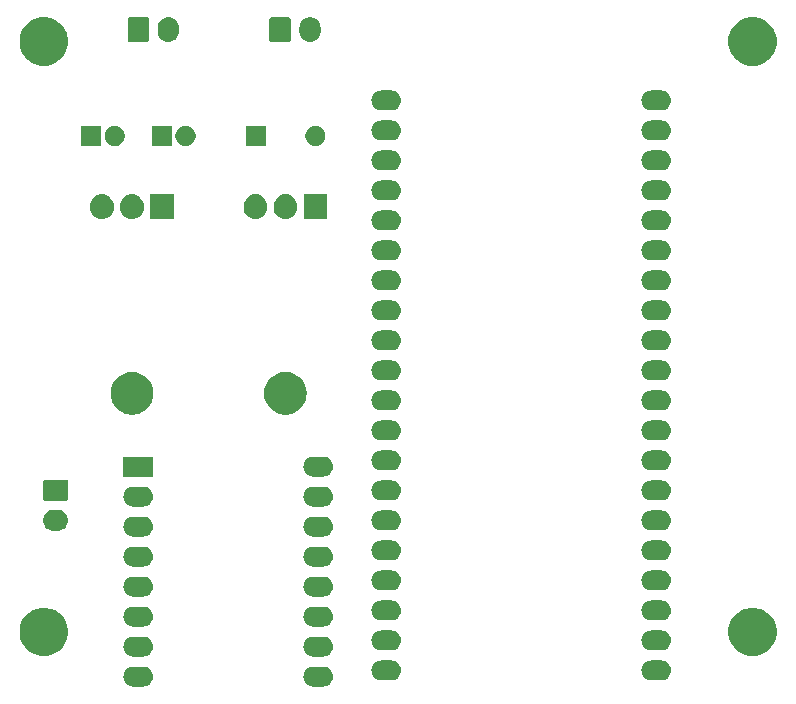
<source format=gbr>
G04 #@! TF.GenerationSoftware,KiCad,Pcbnew,(5.0.1-3-g963ef8bb5)*
G04 #@! TF.CreationDate,2018-11-18T00:10:26+02:00*
G04 #@! TF.ProjectId,winch,77696E63682E6B696361645F70636200,rev?*
G04 #@! TF.SameCoordinates,Original*
G04 #@! TF.FileFunction,Soldermask,Bot*
G04 #@! TF.FilePolarity,Negative*
%FSLAX46Y46*%
G04 Gerber Fmt 4.6, Leading zero omitted, Abs format (unit mm)*
G04 Created by KiCad (PCBNEW (5.0.1-3-g963ef8bb5)) date Sunday, November 18, 2018 at 12:10:26 AM*
%MOMM*%
%LPD*%
G01*
G04 APERTURE LIST*
%ADD10C,0.100000*%
G04 APERTURE END LIST*
D10*
G36*
X128806821Y-127941313D02*
X128806824Y-127941314D01*
X128806825Y-127941314D01*
X128967239Y-127989975D01*
X128967241Y-127989976D01*
X128967244Y-127989977D01*
X129115078Y-128068995D01*
X129244659Y-128175341D01*
X129351005Y-128304922D01*
X129430023Y-128452756D01*
X129478687Y-128613179D01*
X129495117Y-128780000D01*
X129478687Y-128946821D01*
X129478686Y-128946824D01*
X129478686Y-128946825D01*
X129432620Y-129098686D01*
X129430023Y-129107244D01*
X129351005Y-129255078D01*
X129244659Y-129384659D01*
X129115078Y-129491005D01*
X128967244Y-129570023D01*
X128967241Y-129570024D01*
X128967239Y-129570025D01*
X128806825Y-129618686D01*
X128806824Y-129618686D01*
X128806821Y-129618687D01*
X128681804Y-129631000D01*
X127798196Y-129631000D01*
X127673179Y-129618687D01*
X127673176Y-129618686D01*
X127673175Y-129618686D01*
X127512761Y-129570025D01*
X127512759Y-129570024D01*
X127512756Y-129570023D01*
X127364922Y-129491005D01*
X127235341Y-129384659D01*
X127128995Y-129255078D01*
X127049977Y-129107244D01*
X127047381Y-129098686D01*
X127001314Y-128946825D01*
X127001314Y-128946824D01*
X127001313Y-128946821D01*
X126984883Y-128780000D01*
X127001313Y-128613179D01*
X127049977Y-128452756D01*
X127128995Y-128304922D01*
X127235341Y-128175341D01*
X127364922Y-128068995D01*
X127512756Y-127989977D01*
X127512759Y-127989976D01*
X127512761Y-127989975D01*
X127673175Y-127941314D01*
X127673176Y-127941314D01*
X127673179Y-127941313D01*
X127798196Y-127929000D01*
X128681804Y-127929000D01*
X128806821Y-127941313D01*
X128806821Y-127941313D01*
G37*
G36*
X113566821Y-127941313D02*
X113566824Y-127941314D01*
X113566825Y-127941314D01*
X113727239Y-127989975D01*
X113727241Y-127989976D01*
X113727244Y-127989977D01*
X113875078Y-128068995D01*
X114004659Y-128175341D01*
X114111005Y-128304922D01*
X114190023Y-128452756D01*
X114238687Y-128613179D01*
X114255117Y-128780000D01*
X114238687Y-128946821D01*
X114238686Y-128946824D01*
X114238686Y-128946825D01*
X114192620Y-129098686D01*
X114190023Y-129107244D01*
X114111005Y-129255078D01*
X114004659Y-129384659D01*
X113875078Y-129491005D01*
X113727244Y-129570023D01*
X113727241Y-129570024D01*
X113727239Y-129570025D01*
X113566825Y-129618686D01*
X113566824Y-129618686D01*
X113566821Y-129618687D01*
X113441804Y-129631000D01*
X112558196Y-129631000D01*
X112433179Y-129618687D01*
X112433176Y-129618686D01*
X112433175Y-129618686D01*
X112272761Y-129570025D01*
X112272759Y-129570024D01*
X112272756Y-129570023D01*
X112124922Y-129491005D01*
X111995341Y-129384659D01*
X111888995Y-129255078D01*
X111809977Y-129107244D01*
X111807381Y-129098686D01*
X111761314Y-128946825D01*
X111761314Y-128946824D01*
X111761313Y-128946821D01*
X111744883Y-128780000D01*
X111761313Y-128613179D01*
X111809977Y-128452756D01*
X111888995Y-128304922D01*
X111995341Y-128175341D01*
X112124922Y-128068995D01*
X112272756Y-127989977D01*
X112272759Y-127989976D01*
X112272761Y-127989975D01*
X112433175Y-127941314D01*
X112433176Y-127941314D01*
X112433179Y-127941313D01*
X112558196Y-127929000D01*
X113441804Y-127929000D01*
X113566821Y-127941313D01*
X113566821Y-127941313D01*
G37*
G36*
X157426821Y-127421313D02*
X157426824Y-127421314D01*
X157426825Y-127421314D01*
X157587239Y-127469975D01*
X157587241Y-127469976D01*
X157587244Y-127469977D01*
X157735078Y-127548995D01*
X157864659Y-127655341D01*
X157971005Y-127784922D01*
X158050023Y-127932756D01*
X158050024Y-127932759D01*
X158050025Y-127932761D01*
X158067381Y-127989977D01*
X158098687Y-128093179D01*
X158115117Y-128260000D01*
X158098687Y-128426821D01*
X158050023Y-128587244D01*
X157971005Y-128735078D01*
X157864659Y-128864659D01*
X157735078Y-128971005D01*
X157587244Y-129050023D01*
X157587241Y-129050024D01*
X157587239Y-129050025D01*
X157426825Y-129098686D01*
X157426824Y-129098686D01*
X157426821Y-129098687D01*
X157301804Y-129111000D01*
X156418196Y-129111000D01*
X156293179Y-129098687D01*
X156293176Y-129098686D01*
X156293175Y-129098686D01*
X156132761Y-129050025D01*
X156132759Y-129050024D01*
X156132756Y-129050023D01*
X155984922Y-128971005D01*
X155855341Y-128864659D01*
X155748995Y-128735078D01*
X155669977Y-128587244D01*
X155621313Y-128426821D01*
X155604883Y-128260000D01*
X155621313Y-128093179D01*
X155652619Y-127989977D01*
X155669975Y-127932761D01*
X155669976Y-127932759D01*
X155669977Y-127932756D01*
X155748995Y-127784922D01*
X155855341Y-127655341D01*
X155984922Y-127548995D01*
X156132756Y-127469977D01*
X156132759Y-127469976D01*
X156132761Y-127469975D01*
X156293175Y-127421314D01*
X156293176Y-127421314D01*
X156293179Y-127421313D01*
X156418196Y-127409000D01*
X157301804Y-127409000D01*
X157426821Y-127421313D01*
X157426821Y-127421313D01*
G37*
G36*
X134566821Y-127421313D02*
X134566824Y-127421314D01*
X134566825Y-127421314D01*
X134727239Y-127469975D01*
X134727241Y-127469976D01*
X134727244Y-127469977D01*
X134875078Y-127548995D01*
X135004659Y-127655341D01*
X135111005Y-127784922D01*
X135190023Y-127932756D01*
X135190024Y-127932759D01*
X135190025Y-127932761D01*
X135207381Y-127989977D01*
X135238687Y-128093179D01*
X135255117Y-128260000D01*
X135238687Y-128426821D01*
X135190023Y-128587244D01*
X135111005Y-128735078D01*
X135004659Y-128864659D01*
X134875078Y-128971005D01*
X134727244Y-129050023D01*
X134727241Y-129050024D01*
X134727239Y-129050025D01*
X134566825Y-129098686D01*
X134566824Y-129098686D01*
X134566821Y-129098687D01*
X134441804Y-129111000D01*
X133558196Y-129111000D01*
X133433179Y-129098687D01*
X133433176Y-129098686D01*
X133433175Y-129098686D01*
X133272761Y-129050025D01*
X133272759Y-129050024D01*
X133272756Y-129050023D01*
X133124922Y-128971005D01*
X132995341Y-128864659D01*
X132888995Y-128735078D01*
X132809977Y-128587244D01*
X132761313Y-128426821D01*
X132744883Y-128260000D01*
X132761313Y-128093179D01*
X132792619Y-127989977D01*
X132809975Y-127932761D01*
X132809976Y-127932759D01*
X132809977Y-127932756D01*
X132888995Y-127784922D01*
X132995341Y-127655341D01*
X133124922Y-127548995D01*
X133272756Y-127469977D01*
X133272759Y-127469976D01*
X133272761Y-127469975D01*
X133433175Y-127421314D01*
X133433176Y-127421314D01*
X133433179Y-127421313D01*
X133558196Y-127409000D01*
X134441804Y-127409000D01*
X134566821Y-127421313D01*
X134566821Y-127421313D01*
G37*
G36*
X128806821Y-125401313D02*
X128806824Y-125401314D01*
X128806825Y-125401314D01*
X128967239Y-125449975D01*
X128967241Y-125449976D01*
X128967244Y-125449977D01*
X129115078Y-125528995D01*
X129244659Y-125635341D01*
X129351005Y-125764922D01*
X129430023Y-125912756D01*
X129430024Y-125912759D01*
X129430025Y-125912761D01*
X129470818Y-126047239D01*
X129478687Y-126073179D01*
X129495117Y-126240000D01*
X129478687Y-126406821D01*
X129478686Y-126406824D01*
X129478686Y-126406825D01*
X129432620Y-126558686D01*
X129430023Y-126567244D01*
X129351005Y-126715078D01*
X129244659Y-126844659D01*
X129115078Y-126951005D01*
X128967244Y-127030023D01*
X128967241Y-127030024D01*
X128967239Y-127030025D01*
X128806825Y-127078686D01*
X128806824Y-127078686D01*
X128806821Y-127078687D01*
X128681804Y-127091000D01*
X127798196Y-127091000D01*
X127673179Y-127078687D01*
X127673176Y-127078686D01*
X127673175Y-127078686D01*
X127512761Y-127030025D01*
X127512759Y-127030024D01*
X127512756Y-127030023D01*
X127364922Y-126951005D01*
X127235341Y-126844659D01*
X127128995Y-126715078D01*
X127049977Y-126567244D01*
X127047381Y-126558686D01*
X127001314Y-126406825D01*
X127001314Y-126406824D01*
X127001313Y-126406821D01*
X126984883Y-126240000D01*
X127001313Y-126073179D01*
X127009182Y-126047239D01*
X127049975Y-125912761D01*
X127049976Y-125912759D01*
X127049977Y-125912756D01*
X127128995Y-125764922D01*
X127235341Y-125635341D01*
X127364922Y-125528995D01*
X127512756Y-125449977D01*
X127512759Y-125449976D01*
X127512761Y-125449975D01*
X127673175Y-125401314D01*
X127673176Y-125401314D01*
X127673179Y-125401313D01*
X127798196Y-125389000D01*
X128681804Y-125389000D01*
X128806821Y-125401313D01*
X128806821Y-125401313D01*
G37*
G36*
X113566821Y-125401313D02*
X113566824Y-125401314D01*
X113566825Y-125401314D01*
X113727239Y-125449975D01*
X113727241Y-125449976D01*
X113727244Y-125449977D01*
X113875078Y-125528995D01*
X114004659Y-125635341D01*
X114111005Y-125764922D01*
X114190023Y-125912756D01*
X114190024Y-125912759D01*
X114190025Y-125912761D01*
X114230818Y-126047239D01*
X114238687Y-126073179D01*
X114255117Y-126240000D01*
X114238687Y-126406821D01*
X114238686Y-126406824D01*
X114238686Y-126406825D01*
X114192620Y-126558686D01*
X114190023Y-126567244D01*
X114111005Y-126715078D01*
X114004659Y-126844659D01*
X113875078Y-126951005D01*
X113727244Y-127030023D01*
X113727241Y-127030024D01*
X113727239Y-127030025D01*
X113566825Y-127078686D01*
X113566824Y-127078686D01*
X113566821Y-127078687D01*
X113441804Y-127091000D01*
X112558196Y-127091000D01*
X112433179Y-127078687D01*
X112433176Y-127078686D01*
X112433175Y-127078686D01*
X112272761Y-127030025D01*
X112272759Y-127030024D01*
X112272756Y-127030023D01*
X112124922Y-126951005D01*
X111995341Y-126844659D01*
X111888995Y-126715078D01*
X111809977Y-126567244D01*
X111807381Y-126558686D01*
X111761314Y-126406825D01*
X111761314Y-126406824D01*
X111761313Y-126406821D01*
X111744883Y-126240000D01*
X111761313Y-126073179D01*
X111769182Y-126047239D01*
X111809975Y-125912761D01*
X111809976Y-125912759D01*
X111809977Y-125912756D01*
X111888995Y-125764922D01*
X111995341Y-125635341D01*
X112124922Y-125528995D01*
X112272756Y-125449977D01*
X112272759Y-125449976D01*
X112272761Y-125449975D01*
X112433175Y-125401314D01*
X112433176Y-125401314D01*
X112433179Y-125401313D01*
X112558196Y-125389000D01*
X113441804Y-125389000D01*
X113566821Y-125401313D01*
X113566821Y-125401313D01*
G37*
G36*
X105598252Y-123027818D02*
X105598254Y-123027819D01*
X105598255Y-123027819D01*
X105971513Y-123182427D01*
X106256360Y-123372756D01*
X106307439Y-123406886D01*
X106593114Y-123692561D01*
X106593116Y-123692564D01*
X106817573Y-124028487D01*
X106972181Y-124401745D01*
X106972182Y-124401748D01*
X107051000Y-124797993D01*
X107051000Y-125202007D01*
X106981148Y-125553179D01*
X106972181Y-125598255D01*
X106817573Y-125971513D01*
X106817572Y-125971514D01*
X106593114Y-126307439D01*
X106307439Y-126593114D01*
X106307436Y-126593116D01*
X105971513Y-126817573D01*
X105598255Y-126972181D01*
X105598254Y-126972181D01*
X105598252Y-126972182D01*
X105202007Y-127051000D01*
X104797993Y-127051000D01*
X104401748Y-126972182D01*
X104401746Y-126972181D01*
X104401745Y-126972181D01*
X104028487Y-126817573D01*
X103692564Y-126593116D01*
X103692561Y-126593114D01*
X103406886Y-126307439D01*
X103182428Y-125971514D01*
X103182427Y-125971513D01*
X103027819Y-125598255D01*
X103018853Y-125553179D01*
X102949000Y-125202007D01*
X102949000Y-124797993D01*
X103027818Y-124401748D01*
X103027819Y-124401745D01*
X103182427Y-124028487D01*
X103406884Y-123692564D01*
X103406886Y-123692561D01*
X103692561Y-123406886D01*
X103743640Y-123372756D01*
X104028487Y-123182427D01*
X104401745Y-123027819D01*
X104401746Y-123027819D01*
X104401748Y-123027818D01*
X104797993Y-122949000D01*
X105202007Y-122949000D01*
X105598252Y-123027818D01*
X105598252Y-123027818D01*
G37*
G36*
X165598252Y-123027818D02*
X165598254Y-123027819D01*
X165598255Y-123027819D01*
X165971513Y-123182427D01*
X166256360Y-123372756D01*
X166307439Y-123406886D01*
X166593114Y-123692561D01*
X166593116Y-123692564D01*
X166817573Y-124028487D01*
X166972181Y-124401745D01*
X166972182Y-124401748D01*
X167051000Y-124797993D01*
X167051000Y-125202007D01*
X166981148Y-125553179D01*
X166972181Y-125598255D01*
X166817573Y-125971513D01*
X166817572Y-125971514D01*
X166593114Y-126307439D01*
X166307439Y-126593114D01*
X166307436Y-126593116D01*
X165971513Y-126817573D01*
X165598255Y-126972181D01*
X165598254Y-126972181D01*
X165598252Y-126972182D01*
X165202007Y-127051000D01*
X164797993Y-127051000D01*
X164401748Y-126972182D01*
X164401746Y-126972181D01*
X164401745Y-126972181D01*
X164028487Y-126817573D01*
X163692564Y-126593116D01*
X163692561Y-126593114D01*
X163406886Y-126307439D01*
X163182428Y-125971514D01*
X163182427Y-125971513D01*
X163027819Y-125598255D01*
X163018853Y-125553179D01*
X162949000Y-125202007D01*
X162949000Y-124797993D01*
X163027818Y-124401748D01*
X163027819Y-124401745D01*
X163182427Y-124028487D01*
X163406884Y-123692564D01*
X163406886Y-123692561D01*
X163692561Y-123406886D01*
X163743640Y-123372756D01*
X164028487Y-123182427D01*
X164401745Y-123027819D01*
X164401746Y-123027819D01*
X164401748Y-123027818D01*
X164797993Y-122949000D01*
X165202007Y-122949000D01*
X165598252Y-123027818D01*
X165598252Y-123027818D01*
G37*
G36*
X134566821Y-124881313D02*
X134566824Y-124881314D01*
X134566825Y-124881314D01*
X134727239Y-124929975D01*
X134727241Y-124929976D01*
X134727244Y-124929977D01*
X134875078Y-125008995D01*
X135004659Y-125115341D01*
X135111005Y-125244922D01*
X135190023Y-125392756D01*
X135190024Y-125392759D01*
X135190025Y-125392761D01*
X135207381Y-125449977D01*
X135238687Y-125553179D01*
X135255117Y-125720000D01*
X135238687Y-125886821D01*
X135190023Y-126047244D01*
X135111005Y-126195078D01*
X135004659Y-126324659D01*
X134875078Y-126431005D01*
X134727244Y-126510023D01*
X134727241Y-126510024D01*
X134727239Y-126510025D01*
X134566825Y-126558686D01*
X134566824Y-126558686D01*
X134566821Y-126558687D01*
X134441804Y-126571000D01*
X133558196Y-126571000D01*
X133433179Y-126558687D01*
X133433176Y-126558686D01*
X133433175Y-126558686D01*
X133272761Y-126510025D01*
X133272759Y-126510024D01*
X133272756Y-126510023D01*
X133124922Y-126431005D01*
X132995341Y-126324659D01*
X132888995Y-126195078D01*
X132809977Y-126047244D01*
X132761313Y-125886821D01*
X132744883Y-125720000D01*
X132761313Y-125553179D01*
X132792619Y-125449977D01*
X132809975Y-125392761D01*
X132809976Y-125392759D01*
X132809977Y-125392756D01*
X132888995Y-125244922D01*
X132995341Y-125115341D01*
X133124922Y-125008995D01*
X133272756Y-124929977D01*
X133272759Y-124929976D01*
X133272761Y-124929975D01*
X133433175Y-124881314D01*
X133433176Y-124881314D01*
X133433179Y-124881313D01*
X133558196Y-124869000D01*
X134441804Y-124869000D01*
X134566821Y-124881313D01*
X134566821Y-124881313D01*
G37*
G36*
X157426821Y-124881313D02*
X157426824Y-124881314D01*
X157426825Y-124881314D01*
X157587239Y-124929975D01*
X157587241Y-124929976D01*
X157587244Y-124929977D01*
X157735078Y-125008995D01*
X157864659Y-125115341D01*
X157971005Y-125244922D01*
X158050023Y-125392756D01*
X158050024Y-125392759D01*
X158050025Y-125392761D01*
X158067381Y-125449977D01*
X158098687Y-125553179D01*
X158115117Y-125720000D01*
X158098687Y-125886821D01*
X158050023Y-126047244D01*
X157971005Y-126195078D01*
X157864659Y-126324659D01*
X157735078Y-126431005D01*
X157587244Y-126510023D01*
X157587241Y-126510024D01*
X157587239Y-126510025D01*
X157426825Y-126558686D01*
X157426824Y-126558686D01*
X157426821Y-126558687D01*
X157301804Y-126571000D01*
X156418196Y-126571000D01*
X156293179Y-126558687D01*
X156293176Y-126558686D01*
X156293175Y-126558686D01*
X156132761Y-126510025D01*
X156132759Y-126510024D01*
X156132756Y-126510023D01*
X155984922Y-126431005D01*
X155855341Y-126324659D01*
X155748995Y-126195078D01*
X155669977Y-126047244D01*
X155621313Y-125886821D01*
X155604883Y-125720000D01*
X155621313Y-125553179D01*
X155652619Y-125449977D01*
X155669975Y-125392761D01*
X155669976Y-125392759D01*
X155669977Y-125392756D01*
X155748995Y-125244922D01*
X155855341Y-125115341D01*
X155984922Y-125008995D01*
X156132756Y-124929977D01*
X156132759Y-124929976D01*
X156132761Y-124929975D01*
X156293175Y-124881314D01*
X156293176Y-124881314D01*
X156293179Y-124881313D01*
X156418196Y-124869000D01*
X157301804Y-124869000D01*
X157426821Y-124881313D01*
X157426821Y-124881313D01*
G37*
G36*
X113566821Y-122861313D02*
X113566824Y-122861314D01*
X113566825Y-122861314D01*
X113727239Y-122909975D01*
X113727241Y-122909976D01*
X113727244Y-122909977D01*
X113875078Y-122988995D01*
X114004659Y-123095341D01*
X114111005Y-123224922D01*
X114190023Y-123372756D01*
X114190024Y-123372759D01*
X114190025Y-123372761D01*
X114230818Y-123507239D01*
X114238687Y-123533179D01*
X114255117Y-123700000D01*
X114238687Y-123866821D01*
X114238686Y-123866824D01*
X114238686Y-123866825D01*
X114192620Y-124018686D01*
X114190023Y-124027244D01*
X114111005Y-124175078D01*
X114004659Y-124304659D01*
X113875078Y-124411005D01*
X113727244Y-124490023D01*
X113727241Y-124490024D01*
X113727239Y-124490025D01*
X113566825Y-124538686D01*
X113566824Y-124538686D01*
X113566821Y-124538687D01*
X113441804Y-124551000D01*
X112558196Y-124551000D01*
X112433179Y-124538687D01*
X112433176Y-124538686D01*
X112433175Y-124538686D01*
X112272761Y-124490025D01*
X112272759Y-124490024D01*
X112272756Y-124490023D01*
X112124922Y-124411005D01*
X111995341Y-124304659D01*
X111888995Y-124175078D01*
X111809977Y-124027244D01*
X111807381Y-124018686D01*
X111761314Y-123866825D01*
X111761314Y-123866824D01*
X111761313Y-123866821D01*
X111744883Y-123700000D01*
X111761313Y-123533179D01*
X111769182Y-123507239D01*
X111809975Y-123372761D01*
X111809976Y-123372759D01*
X111809977Y-123372756D01*
X111888995Y-123224922D01*
X111995341Y-123095341D01*
X112124922Y-122988995D01*
X112272756Y-122909977D01*
X112272759Y-122909976D01*
X112272761Y-122909975D01*
X112433175Y-122861314D01*
X112433176Y-122861314D01*
X112433179Y-122861313D01*
X112558196Y-122849000D01*
X113441804Y-122849000D01*
X113566821Y-122861313D01*
X113566821Y-122861313D01*
G37*
G36*
X128806821Y-122861313D02*
X128806824Y-122861314D01*
X128806825Y-122861314D01*
X128967239Y-122909975D01*
X128967241Y-122909976D01*
X128967244Y-122909977D01*
X129115078Y-122988995D01*
X129244659Y-123095341D01*
X129351005Y-123224922D01*
X129430023Y-123372756D01*
X129430024Y-123372759D01*
X129430025Y-123372761D01*
X129470818Y-123507239D01*
X129478687Y-123533179D01*
X129495117Y-123700000D01*
X129478687Y-123866821D01*
X129478686Y-123866824D01*
X129478686Y-123866825D01*
X129432620Y-124018686D01*
X129430023Y-124027244D01*
X129351005Y-124175078D01*
X129244659Y-124304659D01*
X129115078Y-124411005D01*
X128967244Y-124490023D01*
X128967241Y-124490024D01*
X128967239Y-124490025D01*
X128806825Y-124538686D01*
X128806824Y-124538686D01*
X128806821Y-124538687D01*
X128681804Y-124551000D01*
X127798196Y-124551000D01*
X127673179Y-124538687D01*
X127673176Y-124538686D01*
X127673175Y-124538686D01*
X127512761Y-124490025D01*
X127512759Y-124490024D01*
X127512756Y-124490023D01*
X127364922Y-124411005D01*
X127235341Y-124304659D01*
X127128995Y-124175078D01*
X127049977Y-124027244D01*
X127047381Y-124018686D01*
X127001314Y-123866825D01*
X127001314Y-123866824D01*
X127001313Y-123866821D01*
X126984883Y-123700000D01*
X127001313Y-123533179D01*
X127009182Y-123507239D01*
X127049975Y-123372761D01*
X127049976Y-123372759D01*
X127049977Y-123372756D01*
X127128995Y-123224922D01*
X127235341Y-123095341D01*
X127364922Y-122988995D01*
X127512756Y-122909977D01*
X127512759Y-122909976D01*
X127512761Y-122909975D01*
X127673175Y-122861314D01*
X127673176Y-122861314D01*
X127673179Y-122861313D01*
X127798196Y-122849000D01*
X128681804Y-122849000D01*
X128806821Y-122861313D01*
X128806821Y-122861313D01*
G37*
G36*
X134566821Y-122341313D02*
X134566824Y-122341314D01*
X134566825Y-122341314D01*
X134727239Y-122389975D01*
X134727241Y-122389976D01*
X134727244Y-122389977D01*
X134875078Y-122468995D01*
X135004659Y-122575341D01*
X135111005Y-122704922D01*
X135190023Y-122852756D01*
X135190024Y-122852759D01*
X135190025Y-122852761D01*
X135231351Y-122988995D01*
X135238687Y-123013179D01*
X135255117Y-123180000D01*
X135238687Y-123346821D01*
X135238686Y-123346824D01*
X135238686Y-123346825D01*
X135220467Y-123406886D01*
X135190023Y-123507244D01*
X135111005Y-123655078D01*
X135004659Y-123784659D01*
X134875078Y-123891005D01*
X134727244Y-123970023D01*
X134727241Y-123970024D01*
X134727239Y-123970025D01*
X134566825Y-124018686D01*
X134566824Y-124018686D01*
X134566821Y-124018687D01*
X134441804Y-124031000D01*
X133558196Y-124031000D01*
X133433179Y-124018687D01*
X133433176Y-124018686D01*
X133433175Y-124018686D01*
X133272761Y-123970025D01*
X133272759Y-123970024D01*
X133272756Y-123970023D01*
X133124922Y-123891005D01*
X132995341Y-123784659D01*
X132888995Y-123655078D01*
X132809977Y-123507244D01*
X132779534Y-123406886D01*
X132761314Y-123346825D01*
X132761314Y-123346824D01*
X132761313Y-123346821D01*
X132744883Y-123180000D01*
X132761313Y-123013179D01*
X132768649Y-122988995D01*
X132809975Y-122852761D01*
X132809976Y-122852759D01*
X132809977Y-122852756D01*
X132888995Y-122704922D01*
X132995341Y-122575341D01*
X133124922Y-122468995D01*
X133272756Y-122389977D01*
X133272759Y-122389976D01*
X133272761Y-122389975D01*
X133433175Y-122341314D01*
X133433176Y-122341314D01*
X133433179Y-122341313D01*
X133558196Y-122329000D01*
X134441804Y-122329000D01*
X134566821Y-122341313D01*
X134566821Y-122341313D01*
G37*
G36*
X157426821Y-122341313D02*
X157426824Y-122341314D01*
X157426825Y-122341314D01*
X157587239Y-122389975D01*
X157587241Y-122389976D01*
X157587244Y-122389977D01*
X157735078Y-122468995D01*
X157864659Y-122575341D01*
X157971005Y-122704922D01*
X158050023Y-122852756D01*
X158050024Y-122852759D01*
X158050025Y-122852761D01*
X158091351Y-122988995D01*
X158098687Y-123013179D01*
X158115117Y-123180000D01*
X158098687Y-123346821D01*
X158098686Y-123346824D01*
X158098686Y-123346825D01*
X158080467Y-123406886D01*
X158050023Y-123507244D01*
X157971005Y-123655078D01*
X157864659Y-123784659D01*
X157735078Y-123891005D01*
X157587244Y-123970023D01*
X157587241Y-123970024D01*
X157587239Y-123970025D01*
X157426825Y-124018686D01*
X157426824Y-124018686D01*
X157426821Y-124018687D01*
X157301804Y-124031000D01*
X156418196Y-124031000D01*
X156293179Y-124018687D01*
X156293176Y-124018686D01*
X156293175Y-124018686D01*
X156132761Y-123970025D01*
X156132759Y-123970024D01*
X156132756Y-123970023D01*
X155984922Y-123891005D01*
X155855341Y-123784659D01*
X155748995Y-123655078D01*
X155669977Y-123507244D01*
X155639534Y-123406886D01*
X155621314Y-123346825D01*
X155621314Y-123346824D01*
X155621313Y-123346821D01*
X155604883Y-123180000D01*
X155621313Y-123013179D01*
X155628649Y-122988995D01*
X155669975Y-122852761D01*
X155669976Y-122852759D01*
X155669977Y-122852756D01*
X155748995Y-122704922D01*
X155855341Y-122575341D01*
X155984922Y-122468995D01*
X156132756Y-122389977D01*
X156132759Y-122389976D01*
X156132761Y-122389975D01*
X156293175Y-122341314D01*
X156293176Y-122341314D01*
X156293179Y-122341313D01*
X156418196Y-122329000D01*
X157301804Y-122329000D01*
X157426821Y-122341313D01*
X157426821Y-122341313D01*
G37*
G36*
X113566821Y-120321313D02*
X113566824Y-120321314D01*
X113566825Y-120321314D01*
X113727239Y-120369975D01*
X113727241Y-120369976D01*
X113727244Y-120369977D01*
X113875078Y-120448995D01*
X114004659Y-120555341D01*
X114111005Y-120684922D01*
X114190023Y-120832756D01*
X114238687Y-120993179D01*
X114255117Y-121160000D01*
X114238687Y-121326821D01*
X114238686Y-121326824D01*
X114238686Y-121326825D01*
X114192620Y-121478686D01*
X114190023Y-121487244D01*
X114111005Y-121635078D01*
X114004659Y-121764659D01*
X113875078Y-121871005D01*
X113727244Y-121950023D01*
X113727241Y-121950024D01*
X113727239Y-121950025D01*
X113566825Y-121998686D01*
X113566824Y-121998686D01*
X113566821Y-121998687D01*
X113441804Y-122011000D01*
X112558196Y-122011000D01*
X112433179Y-121998687D01*
X112433176Y-121998686D01*
X112433175Y-121998686D01*
X112272761Y-121950025D01*
X112272759Y-121950024D01*
X112272756Y-121950023D01*
X112124922Y-121871005D01*
X111995341Y-121764659D01*
X111888995Y-121635078D01*
X111809977Y-121487244D01*
X111807381Y-121478686D01*
X111761314Y-121326825D01*
X111761314Y-121326824D01*
X111761313Y-121326821D01*
X111744883Y-121160000D01*
X111761313Y-120993179D01*
X111809977Y-120832756D01*
X111888995Y-120684922D01*
X111995341Y-120555341D01*
X112124922Y-120448995D01*
X112272756Y-120369977D01*
X112272759Y-120369976D01*
X112272761Y-120369975D01*
X112433175Y-120321314D01*
X112433176Y-120321314D01*
X112433179Y-120321313D01*
X112558196Y-120309000D01*
X113441804Y-120309000D01*
X113566821Y-120321313D01*
X113566821Y-120321313D01*
G37*
G36*
X128806821Y-120321313D02*
X128806824Y-120321314D01*
X128806825Y-120321314D01*
X128967239Y-120369975D01*
X128967241Y-120369976D01*
X128967244Y-120369977D01*
X129115078Y-120448995D01*
X129244659Y-120555341D01*
X129351005Y-120684922D01*
X129430023Y-120832756D01*
X129478687Y-120993179D01*
X129495117Y-121160000D01*
X129478687Y-121326821D01*
X129478686Y-121326824D01*
X129478686Y-121326825D01*
X129432620Y-121478686D01*
X129430023Y-121487244D01*
X129351005Y-121635078D01*
X129244659Y-121764659D01*
X129115078Y-121871005D01*
X128967244Y-121950023D01*
X128967241Y-121950024D01*
X128967239Y-121950025D01*
X128806825Y-121998686D01*
X128806824Y-121998686D01*
X128806821Y-121998687D01*
X128681804Y-122011000D01*
X127798196Y-122011000D01*
X127673179Y-121998687D01*
X127673176Y-121998686D01*
X127673175Y-121998686D01*
X127512761Y-121950025D01*
X127512759Y-121950024D01*
X127512756Y-121950023D01*
X127364922Y-121871005D01*
X127235341Y-121764659D01*
X127128995Y-121635078D01*
X127049977Y-121487244D01*
X127047381Y-121478686D01*
X127001314Y-121326825D01*
X127001314Y-121326824D01*
X127001313Y-121326821D01*
X126984883Y-121160000D01*
X127001313Y-120993179D01*
X127049977Y-120832756D01*
X127128995Y-120684922D01*
X127235341Y-120555341D01*
X127364922Y-120448995D01*
X127512756Y-120369977D01*
X127512759Y-120369976D01*
X127512761Y-120369975D01*
X127673175Y-120321314D01*
X127673176Y-120321314D01*
X127673179Y-120321313D01*
X127798196Y-120309000D01*
X128681804Y-120309000D01*
X128806821Y-120321313D01*
X128806821Y-120321313D01*
G37*
G36*
X134566821Y-119801313D02*
X134566824Y-119801314D01*
X134566825Y-119801314D01*
X134727239Y-119849975D01*
X134727241Y-119849976D01*
X134727244Y-119849977D01*
X134875078Y-119928995D01*
X135004659Y-120035341D01*
X135111005Y-120164922D01*
X135190023Y-120312756D01*
X135190024Y-120312759D01*
X135190025Y-120312761D01*
X135207381Y-120369977D01*
X135238687Y-120473179D01*
X135255117Y-120640000D01*
X135238687Y-120806821D01*
X135190023Y-120967244D01*
X135111005Y-121115078D01*
X135004659Y-121244659D01*
X134875078Y-121351005D01*
X134727244Y-121430023D01*
X134727241Y-121430024D01*
X134727239Y-121430025D01*
X134566825Y-121478686D01*
X134566824Y-121478686D01*
X134566821Y-121478687D01*
X134441804Y-121491000D01*
X133558196Y-121491000D01*
X133433179Y-121478687D01*
X133433176Y-121478686D01*
X133433175Y-121478686D01*
X133272761Y-121430025D01*
X133272759Y-121430024D01*
X133272756Y-121430023D01*
X133124922Y-121351005D01*
X132995341Y-121244659D01*
X132888995Y-121115078D01*
X132809977Y-120967244D01*
X132761313Y-120806821D01*
X132744883Y-120640000D01*
X132761313Y-120473179D01*
X132792619Y-120369977D01*
X132809975Y-120312761D01*
X132809976Y-120312759D01*
X132809977Y-120312756D01*
X132888995Y-120164922D01*
X132995341Y-120035341D01*
X133124922Y-119928995D01*
X133272756Y-119849977D01*
X133272759Y-119849976D01*
X133272761Y-119849975D01*
X133433175Y-119801314D01*
X133433176Y-119801314D01*
X133433179Y-119801313D01*
X133558196Y-119789000D01*
X134441804Y-119789000D01*
X134566821Y-119801313D01*
X134566821Y-119801313D01*
G37*
G36*
X157426821Y-119801313D02*
X157426824Y-119801314D01*
X157426825Y-119801314D01*
X157587239Y-119849975D01*
X157587241Y-119849976D01*
X157587244Y-119849977D01*
X157735078Y-119928995D01*
X157864659Y-120035341D01*
X157971005Y-120164922D01*
X158050023Y-120312756D01*
X158050024Y-120312759D01*
X158050025Y-120312761D01*
X158067381Y-120369977D01*
X158098687Y-120473179D01*
X158115117Y-120640000D01*
X158098687Y-120806821D01*
X158050023Y-120967244D01*
X157971005Y-121115078D01*
X157864659Y-121244659D01*
X157735078Y-121351005D01*
X157587244Y-121430023D01*
X157587241Y-121430024D01*
X157587239Y-121430025D01*
X157426825Y-121478686D01*
X157426824Y-121478686D01*
X157426821Y-121478687D01*
X157301804Y-121491000D01*
X156418196Y-121491000D01*
X156293179Y-121478687D01*
X156293176Y-121478686D01*
X156293175Y-121478686D01*
X156132761Y-121430025D01*
X156132759Y-121430024D01*
X156132756Y-121430023D01*
X155984922Y-121351005D01*
X155855341Y-121244659D01*
X155748995Y-121115078D01*
X155669977Y-120967244D01*
X155621313Y-120806821D01*
X155604883Y-120640000D01*
X155621313Y-120473179D01*
X155652619Y-120369977D01*
X155669975Y-120312761D01*
X155669976Y-120312759D01*
X155669977Y-120312756D01*
X155748995Y-120164922D01*
X155855341Y-120035341D01*
X155984922Y-119928995D01*
X156132756Y-119849977D01*
X156132759Y-119849976D01*
X156132761Y-119849975D01*
X156293175Y-119801314D01*
X156293176Y-119801314D01*
X156293179Y-119801313D01*
X156418196Y-119789000D01*
X157301804Y-119789000D01*
X157426821Y-119801313D01*
X157426821Y-119801313D01*
G37*
G36*
X128806821Y-117781313D02*
X128806824Y-117781314D01*
X128806825Y-117781314D01*
X128967239Y-117829975D01*
X128967241Y-117829976D01*
X128967244Y-117829977D01*
X129115078Y-117908995D01*
X129244659Y-118015341D01*
X129351005Y-118144922D01*
X129430023Y-118292756D01*
X129478687Y-118453179D01*
X129495117Y-118620000D01*
X129478687Y-118786821D01*
X129478686Y-118786824D01*
X129478686Y-118786825D01*
X129432620Y-118938686D01*
X129430023Y-118947244D01*
X129351005Y-119095078D01*
X129244659Y-119224659D01*
X129115078Y-119331005D01*
X128967244Y-119410023D01*
X128967241Y-119410024D01*
X128967239Y-119410025D01*
X128806825Y-119458686D01*
X128806824Y-119458686D01*
X128806821Y-119458687D01*
X128681804Y-119471000D01*
X127798196Y-119471000D01*
X127673179Y-119458687D01*
X127673176Y-119458686D01*
X127673175Y-119458686D01*
X127512761Y-119410025D01*
X127512759Y-119410024D01*
X127512756Y-119410023D01*
X127364922Y-119331005D01*
X127235341Y-119224659D01*
X127128995Y-119095078D01*
X127049977Y-118947244D01*
X127047381Y-118938686D01*
X127001314Y-118786825D01*
X127001314Y-118786824D01*
X127001313Y-118786821D01*
X126984883Y-118620000D01*
X127001313Y-118453179D01*
X127049977Y-118292756D01*
X127128995Y-118144922D01*
X127235341Y-118015341D01*
X127364922Y-117908995D01*
X127512756Y-117829977D01*
X127512759Y-117829976D01*
X127512761Y-117829975D01*
X127673175Y-117781314D01*
X127673176Y-117781314D01*
X127673179Y-117781313D01*
X127798196Y-117769000D01*
X128681804Y-117769000D01*
X128806821Y-117781313D01*
X128806821Y-117781313D01*
G37*
G36*
X113566821Y-117781313D02*
X113566824Y-117781314D01*
X113566825Y-117781314D01*
X113727239Y-117829975D01*
X113727241Y-117829976D01*
X113727244Y-117829977D01*
X113875078Y-117908995D01*
X114004659Y-118015341D01*
X114111005Y-118144922D01*
X114190023Y-118292756D01*
X114238687Y-118453179D01*
X114255117Y-118620000D01*
X114238687Y-118786821D01*
X114238686Y-118786824D01*
X114238686Y-118786825D01*
X114192620Y-118938686D01*
X114190023Y-118947244D01*
X114111005Y-119095078D01*
X114004659Y-119224659D01*
X113875078Y-119331005D01*
X113727244Y-119410023D01*
X113727241Y-119410024D01*
X113727239Y-119410025D01*
X113566825Y-119458686D01*
X113566824Y-119458686D01*
X113566821Y-119458687D01*
X113441804Y-119471000D01*
X112558196Y-119471000D01*
X112433179Y-119458687D01*
X112433176Y-119458686D01*
X112433175Y-119458686D01*
X112272761Y-119410025D01*
X112272759Y-119410024D01*
X112272756Y-119410023D01*
X112124922Y-119331005D01*
X111995341Y-119224659D01*
X111888995Y-119095078D01*
X111809977Y-118947244D01*
X111807381Y-118938686D01*
X111761314Y-118786825D01*
X111761314Y-118786824D01*
X111761313Y-118786821D01*
X111744883Y-118620000D01*
X111761313Y-118453179D01*
X111809977Y-118292756D01*
X111888995Y-118144922D01*
X111995341Y-118015341D01*
X112124922Y-117908995D01*
X112272756Y-117829977D01*
X112272759Y-117829976D01*
X112272761Y-117829975D01*
X112433175Y-117781314D01*
X112433176Y-117781314D01*
X112433179Y-117781313D01*
X112558196Y-117769000D01*
X113441804Y-117769000D01*
X113566821Y-117781313D01*
X113566821Y-117781313D01*
G37*
G36*
X134566821Y-117261313D02*
X134566824Y-117261314D01*
X134566825Y-117261314D01*
X134727239Y-117309975D01*
X134727241Y-117309976D01*
X134727244Y-117309977D01*
X134875078Y-117388995D01*
X135004659Y-117495341D01*
X135111005Y-117624922D01*
X135190023Y-117772756D01*
X135190024Y-117772759D01*
X135190025Y-117772761D01*
X135207381Y-117829977D01*
X135238687Y-117933179D01*
X135255117Y-118100000D01*
X135238687Y-118266821D01*
X135190023Y-118427244D01*
X135111005Y-118575078D01*
X135004659Y-118704659D01*
X134875078Y-118811005D01*
X134727244Y-118890023D01*
X134727241Y-118890024D01*
X134727239Y-118890025D01*
X134566825Y-118938686D01*
X134566824Y-118938686D01*
X134566821Y-118938687D01*
X134441804Y-118951000D01*
X133558196Y-118951000D01*
X133433179Y-118938687D01*
X133433176Y-118938686D01*
X133433175Y-118938686D01*
X133272761Y-118890025D01*
X133272759Y-118890024D01*
X133272756Y-118890023D01*
X133124922Y-118811005D01*
X132995341Y-118704659D01*
X132888995Y-118575078D01*
X132809977Y-118427244D01*
X132761313Y-118266821D01*
X132744883Y-118100000D01*
X132761313Y-117933179D01*
X132792619Y-117829977D01*
X132809975Y-117772761D01*
X132809976Y-117772759D01*
X132809977Y-117772756D01*
X132888995Y-117624922D01*
X132995341Y-117495341D01*
X133124922Y-117388995D01*
X133272756Y-117309977D01*
X133272759Y-117309976D01*
X133272761Y-117309975D01*
X133433175Y-117261314D01*
X133433176Y-117261314D01*
X133433179Y-117261313D01*
X133558196Y-117249000D01*
X134441804Y-117249000D01*
X134566821Y-117261313D01*
X134566821Y-117261313D01*
G37*
G36*
X157426821Y-117261313D02*
X157426824Y-117261314D01*
X157426825Y-117261314D01*
X157587239Y-117309975D01*
X157587241Y-117309976D01*
X157587244Y-117309977D01*
X157735078Y-117388995D01*
X157864659Y-117495341D01*
X157971005Y-117624922D01*
X158050023Y-117772756D01*
X158050024Y-117772759D01*
X158050025Y-117772761D01*
X158067381Y-117829977D01*
X158098687Y-117933179D01*
X158115117Y-118100000D01*
X158098687Y-118266821D01*
X158050023Y-118427244D01*
X157971005Y-118575078D01*
X157864659Y-118704659D01*
X157735078Y-118811005D01*
X157587244Y-118890023D01*
X157587241Y-118890024D01*
X157587239Y-118890025D01*
X157426825Y-118938686D01*
X157426824Y-118938686D01*
X157426821Y-118938687D01*
X157301804Y-118951000D01*
X156418196Y-118951000D01*
X156293179Y-118938687D01*
X156293176Y-118938686D01*
X156293175Y-118938686D01*
X156132761Y-118890025D01*
X156132759Y-118890024D01*
X156132756Y-118890023D01*
X155984922Y-118811005D01*
X155855341Y-118704659D01*
X155748995Y-118575078D01*
X155669977Y-118427244D01*
X155621313Y-118266821D01*
X155604883Y-118100000D01*
X155621313Y-117933179D01*
X155652619Y-117829977D01*
X155669975Y-117772761D01*
X155669976Y-117772759D01*
X155669977Y-117772756D01*
X155748995Y-117624922D01*
X155855341Y-117495341D01*
X155984922Y-117388995D01*
X156132756Y-117309977D01*
X156132759Y-117309976D01*
X156132761Y-117309975D01*
X156293175Y-117261314D01*
X156293176Y-117261314D01*
X156293179Y-117261313D01*
X156418196Y-117249000D01*
X157301804Y-117249000D01*
X157426821Y-117261313D01*
X157426821Y-117261313D01*
G37*
G36*
X128806821Y-115241313D02*
X128806824Y-115241314D01*
X128806825Y-115241314D01*
X128967239Y-115289975D01*
X128967241Y-115289976D01*
X128967244Y-115289977D01*
X129115078Y-115368995D01*
X129244659Y-115475341D01*
X129351005Y-115604922D01*
X129430023Y-115752756D01*
X129478687Y-115913179D01*
X129495117Y-116080000D01*
X129478687Y-116246821D01*
X129478686Y-116246824D01*
X129478686Y-116246825D01*
X129432620Y-116398686D01*
X129430023Y-116407244D01*
X129351005Y-116555078D01*
X129244659Y-116684659D01*
X129115078Y-116791005D01*
X128967244Y-116870023D01*
X128967241Y-116870024D01*
X128967239Y-116870025D01*
X128806825Y-116918686D01*
X128806824Y-116918686D01*
X128806821Y-116918687D01*
X128681804Y-116931000D01*
X127798196Y-116931000D01*
X127673179Y-116918687D01*
X127673176Y-116918686D01*
X127673175Y-116918686D01*
X127512761Y-116870025D01*
X127512759Y-116870024D01*
X127512756Y-116870023D01*
X127364922Y-116791005D01*
X127235341Y-116684659D01*
X127128995Y-116555078D01*
X127049977Y-116407244D01*
X127047381Y-116398686D01*
X127001314Y-116246825D01*
X127001314Y-116246824D01*
X127001313Y-116246821D01*
X126984883Y-116080000D01*
X127001313Y-115913179D01*
X127049977Y-115752756D01*
X127128995Y-115604922D01*
X127235341Y-115475341D01*
X127364922Y-115368995D01*
X127512756Y-115289977D01*
X127512759Y-115289976D01*
X127512761Y-115289975D01*
X127673175Y-115241314D01*
X127673176Y-115241314D01*
X127673179Y-115241313D01*
X127798196Y-115229000D01*
X128681804Y-115229000D01*
X128806821Y-115241313D01*
X128806821Y-115241313D01*
G37*
G36*
X113566821Y-115241313D02*
X113566824Y-115241314D01*
X113566825Y-115241314D01*
X113727239Y-115289975D01*
X113727241Y-115289976D01*
X113727244Y-115289977D01*
X113875078Y-115368995D01*
X114004659Y-115475341D01*
X114111005Y-115604922D01*
X114190023Y-115752756D01*
X114238687Y-115913179D01*
X114255117Y-116080000D01*
X114238687Y-116246821D01*
X114238686Y-116246824D01*
X114238686Y-116246825D01*
X114192620Y-116398686D01*
X114190023Y-116407244D01*
X114111005Y-116555078D01*
X114004659Y-116684659D01*
X113875078Y-116791005D01*
X113727244Y-116870023D01*
X113727241Y-116870024D01*
X113727239Y-116870025D01*
X113566825Y-116918686D01*
X113566824Y-116918686D01*
X113566821Y-116918687D01*
X113441804Y-116931000D01*
X112558196Y-116931000D01*
X112433179Y-116918687D01*
X112433176Y-116918686D01*
X112433175Y-116918686D01*
X112272761Y-116870025D01*
X112272759Y-116870024D01*
X112272756Y-116870023D01*
X112124922Y-116791005D01*
X111995341Y-116684659D01*
X111888995Y-116555078D01*
X111809977Y-116407244D01*
X111807381Y-116398686D01*
X111761314Y-116246825D01*
X111761314Y-116246824D01*
X111761313Y-116246821D01*
X111744883Y-116080000D01*
X111761313Y-115913179D01*
X111809977Y-115752756D01*
X111888995Y-115604922D01*
X111995341Y-115475341D01*
X112124922Y-115368995D01*
X112272756Y-115289977D01*
X112272759Y-115289976D01*
X112272761Y-115289975D01*
X112433175Y-115241314D01*
X112433176Y-115241314D01*
X112433179Y-115241313D01*
X112558196Y-115229000D01*
X113441804Y-115229000D01*
X113566821Y-115241313D01*
X113566821Y-115241313D01*
G37*
G36*
X106260442Y-114645518D02*
X106326627Y-114652037D01*
X106439853Y-114686384D01*
X106496467Y-114703557D01*
X106620724Y-114769975D01*
X106652991Y-114787222D01*
X106688729Y-114816552D01*
X106790186Y-114899814D01*
X106873448Y-115001271D01*
X106902778Y-115037009D01*
X106902779Y-115037011D01*
X106986443Y-115193533D01*
X106998341Y-115232756D01*
X107037963Y-115363373D01*
X107055359Y-115540000D01*
X107037963Y-115716627D01*
X107003616Y-115829853D01*
X106986443Y-115886467D01*
X106912348Y-116025087D01*
X106902778Y-116042991D01*
X106873448Y-116078729D01*
X106790186Y-116180186D01*
X106688729Y-116263448D01*
X106652991Y-116292778D01*
X106652989Y-116292779D01*
X106496467Y-116376443D01*
X106439853Y-116393616D01*
X106326627Y-116427963D01*
X106260443Y-116434481D01*
X106194260Y-116441000D01*
X105805740Y-116441000D01*
X105739557Y-116434481D01*
X105673373Y-116427963D01*
X105560147Y-116393616D01*
X105503533Y-116376443D01*
X105347011Y-116292779D01*
X105347009Y-116292778D01*
X105311271Y-116263448D01*
X105209814Y-116180186D01*
X105126552Y-116078729D01*
X105097222Y-116042991D01*
X105087652Y-116025087D01*
X105013557Y-115886467D01*
X104996384Y-115829853D01*
X104962037Y-115716627D01*
X104944641Y-115540000D01*
X104962037Y-115363373D01*
X105001659Y-115232756D01*
X105013557Y-115193533D01*
X105097221Y-115037011D01*
X105097222Y-115037009D01*
X105126552Y-115001271D01*
X105209814Y-114899814D01*
X105311271Y-114816552D01*
X105347009Y-114787222D01*
X105379276Y-114769975D01*
X105503533Y-114703557D01*
X105560147Y-114686384D01*
X105673373Y-114652037D01*
X105739558Y-114645518D01*
X105805740Y-114639000D01*
X106194260Y-114639000D01*
X106260442Y-114645518D01*
X106260442Y-114645518D01*
G37*
G36*
X134566821Y-114721313D02*
X134566824Y-114721314D01*
X134566825Y-114721314D01*
X134727239Y-114769975D01*
X134727241Y-114769976D01*
X134727244Y-114769977D01*
X134875078Y-114848995D01*
X135004659Y-114955341D01*
X135111005Y-115084922D01*
X135190023Y-115232756D01*
X135190024Y-115232759D01*
X135190025Y-115232761D01*
X135229646Y-115363375D01*
X135238687Y-115393179D01*
X135255117Y-115560000D01*
X135238687Y-115726821D01*
X135190023Y-115887244D01*
X135111005Y-116035078D01*
X135004659Y-116164659D01*
X134875078Y-116271005D01*
X134727244Y-116350023D01*
X134727241Y-116350024D01*
X134727239Y-116350025D01*
X134566825Y-116398686D01*
X134566824Y-116398686D01*
X134566821Y-116398687D01*
X134441804Y-116411000D01*
X133558196Y-116411000D01*
X133433179Y-116398687D01*
X133433176Y-116398686D01*
X133433175Y-116398686D01*
X133272761Y-116350025D01*
X133272759Y-116350024D01*
X133272756Y-116350023D01*
X133124922Y-116271005D01*
X132995341Y-116164659D01*
X132888995Y-116035078D01*
X132809977Y-115887244D01*
X132761313Y-115726821D01*
X132744883Y-115560000D01*
X132761313Y-115393179D01*
X132770354Y-115363375D01*
X132809975Y-115232761D01*
X132809976Y-115232759D01*
X132809977Y-115232756D01*
X132888995Y-115084922D01*
X132995341Y-114955341D01*
X133124922Y-114848995D01*
X133272756Y-114769977D01*
X133272759Y-114769976D01*
X133272761Y-114769975D01*
X133433175Y-114721314D01*
X133433176Y-114721314D01*
X133433179Y-114721313D01*
X133558196Y-114709000D01*
X134441804Y-114709000D01*
X134566821Y-114721313D01*
X134566821Y-114721313D01*
G37*
G36*
X157426821Y-114721313D02*
X157426824Y-114721314D01*
X157426825Y-114721314D01*
X157587239Y-114769975D01*
X157587241Y-114769976D01*
X157587244Y-114769977D01*
X157735078Y-114848995D01*
X157864659Y-114955341D01*
X157971005Y-115084922D01*
X158050023Y-115232756D01*
X158050024Y-115232759D01*
X158050025Y-115232761D01*
X158089646Y-115363375D01*
X158098687Y-115393179D01*
X158115117Y-115560000D01*
X158098687Y-115726821D01*
X158050023Y-115887244D01*
X157971005Y-116035078D01*
X157864659Y-116164659D01*
X157735078Y-116271005D01*
X157587244Y-116350023D01*
X157587241Y-116350024D01*
X157587239Y-116350025D01*
X157426825Y-116398686D01*
X157426824Y-116398686D01*
X157426821Y-116398687D01*
X157301804Y-116411000D01*
X156418196Y-116411000D01*
X156293179Y-116398687D01*
X156293176Y-116398686D01*
X156293175Y-116398686D01*
X156132761Y-116350025D01*
X156132759Y-116350024D01*
X156132756Y-116350023D01*
X155984922Y-116271005D01*
X155855341Y-116164659D01*
X155748995Y-116035078D01*
X155669977Y-115887244D01*
X155621313Y-115726821D01*
X155604883Y-115560000D01*
X155621313Y-115393179D01*
X155630354Y-115363375D01*
X155669975Y-115232761D01*
X155669976Y-115232759D01*
X155669977Y-115232756D01*
X155748995Y-115084922D01*
X155855341Y-114955341D01*
X155984922Y-114848995D01*
X156132756Y-114769977D01*
X156132759Y-114769976D01*
X156132761Y-114769975D01*
X156293175Y-114721314D01*
X156293176Y-114721314D01*
X156293179Y-114721313D01*
X156418196Y-114709000D01*
X157301804Y-114709000D01*
X157426821Y-114721313D01*
X157426821Y-114721313D01*
G37*
G36*
X128806821Y-112701313D02*
X128806824Y-112701314D01*
X128806825Y-112701314D01*
X128967239Y-112749975D01*
X128967241Y-112749976D01*
X128967244Y-112749977D01*
X129115078Y-112828995D01*
X129244659Y-112935341D01*
X129351005Y-113064922D01*
X129430023Y-113212756D01*
X129478687Y-113373179D01*
X129495117Y-113540000D01*
X129478687Y-113706821D01*
X129478686Y-113706824D01*
X129478686Y-113706825D01*
X129432620Y-113858686D01*
X129430023Y-113867244D01*
X129351005Y-114015078D01*
X129244659Y-114144659D01*
X129115078Y-114251005D01*
X128967244Y-114330023D01*
X128967241Y-114330024D01*
X128967239Y-114330025D01*
X128806825Y-114378686D01*
X128806824Y-114378686D01*
X128806821Y-114378687D01*
X128681804Y-114391000D01*
X127798196Y-114391000D01*
X127673179Y-114378687D01*
X127673176Y-114378686D01*
X127673175Y-114378686D01*
X127512761Y-114330025D01*
X127512759Y-114330024D01*
X127512756Y-114330023D01*
X127364922Y-114251005D01*
X127235341Y-114144659D01*
X127128995Y-114015078D01*
X127049977Y-113867244D01*
X127047381Y-113858686D01*
X127001314Y-113706825D01*
X127001314Y-113706824D01*
X127001313Y-113706821D01*
X126984883Y-113540000D01*
X127001313Y-113373179D01*
X127049977Y-113212756D01*
X127128995Y-113064922D01*
X127235341Y-112935341D01*
X127364922Y-112828995D01*
X127512756Y-112749977D01*
X127512759Y-112749976D01*
X127512761Y-112749975D01*
X127673175Y-112701314D01*
X127673176Y-112701314D01*
X127673179Y-112701313D01*
X127798196Y-112689000D01*
X128681804Y-112689000D01*
X128806821Y-112701313D01*
X128806821Y-112701313D01*
G37*
G36*
X113566821Y-112701313D02*
X113566824Y-112701314D01*
X113566825Y-112701314D01*
X113727239Y-112749975D01*
X113727241Y-112749976D01*
X113727244Y-112749977D01*
X113875078Y-112828995D01*
X114004659Y-112935341D01*
X114111005Y-113064922D01*
X114190023Y-113212756D01*
X114238687Y-113373179D01*
X114255117Y-113540000D01*
X114238687Y-113706821D01*
X114238686Y-113706824D01*
X114238686Y-113706825D01*
X114192620Y-113858686D01*
X114190023Y-113867244D01*
X114111005Y-114015078D01*
X114004659Y-114144659D01*
X113875078Y-114251005D01*
X113727244Y-114330023D01*
X113727241Y-114330024D01*
X113727239Y-114330025D01*
X113566825Y-114378686D01*
X113566824Y-114378686D01*
X113566821Y-114378687D01*
X113441804Y-114391000D01*
X112558196Y-114391000D01*
X112433179Y-114378687D01*
X112433176Y-114378686D01*
X112433175Y-114378686D01*
X112272761Y-114330025D01*
X112272759Y-114330024D01*
X112272756Y-114330023D01*
X112124922Y-114251005D01*
X111995341Y-114144659D01*
X111888995Y-114015078D01*
X111809977Y-113867244D01*
X111807381Y-113858686D01*
X111761314Y-113706825D01*
X111761314Y-113706824D01*
X111761313Y-113706821D01*
X111744883Y-113540000D01*
X111761313Y-113373179D01*
X111809977Y-113212756D01*
X111888995Y-113064922D01*
X111995341Y-112935341D01*
X112124922Y-112828995D01*
X112272756Y-112749977D01*
X112272759Y-112749976D01*
X112272761Y-112749975D01*
X112433175Y-112701314D01*
X112433176Y-112701314D01*
X112433179Y-112701313D01*
X112558196Y-112689000D01*
X113441804Y-112689000D01*
X113566821Y-112701313D01*
X113566821Y-112701313D01*
G37*
G36*
X106908600Y-112102989D02*
X106941649Y-112113014D01*
X106972106Y-112129294D01*
X106998799Y-112151201D01*
X107020706Y-112177894D01*
X107036986Y-112208351D01*
X107047011Y-112241400D01*
X107051000Y-112281904D01*
X107051000Y-113718096D01*
X107047011Y-113758600D01*
X107036986Y-113791649D01*
X107020706Y-113822106D01*
X106998799Y-113848799D01*
X106972106Y-113870706D01*
X106941649Y-113886986D01*
X106908600Y-113897011D01*
X106868096Y-113901000D01*
X105131904Y-113901000D01*
X105091400Y-113897011D01*
X105058351Y-113886986D01*
X105027894Y-113870706D01*
X105001201Y-113848799D01*
X104979294Y-113822106D01*
X104963014Y-113791649D01*
X104952989Y-113758600D01*
X104949000Y-113718096D01*
X104949000Y-112281904D01*
X104952989Y-112241400D01*
X104963014Y-112208351D01*
X104979294Y-112177894D01*
X105001201Y-112151201D01*
X105027894Y-112129294D01*
X105058351Y-112113014D01*
X105091400Y-112102989D01*
X105131904Y-112099000D01*
X106868096Y-112099000D01*
X106908600Y-112102989D01*
X106908600Y-112102989D01*
G37*
G36*
X157426821Y-112181313D02*
X157426824Y-112181314D01*
X157426825Y-112181314D01*
X157587239Y-112229975D01*
X157587241Y-112229976D01*
X157587244Y-112229977D01*
X157735078Y-112308995D01*
X157864659Y-112415341D01*
X157971005Y-112544922D01*
X158050023Y-112692756D01*
X158050024Y-112692759D01*
X158050025Y-112692761D01*
X158067381Y-112749977D01*
X158098687Y-112853179D01*
X158115117Y-113020000D01*
X158098687Y-113186821D01*
X158050023Y-113347244D01*
X157971005Y-113495078D01*
X157864659Y-113624659D01*
X157735078Y-113731005D01*
X157587244Y-113810023D01*
X157587241Y-113810024D01*
X157587239Y-113810025D01*
X157426825Y-113858686D01*
X157426824Y-113858686D01*
X157426821Y-113858687D01*
X157301804Y-113871000D01*
X156418196Y-113871000D01*
X156293179Y-113858687D01*
X156293176Y-113858686D01*
X156293175Y-113858686D01*
X156132761Y-113810025D01*
X156132759Y-113810024D01*
X156132756Y-113810023D01*
X155984922Y-113731005D01*
X155855341Y-113624659D01*
X155748995Y-113495078D01*
X155669977Y-113347244D01*
X155621313Y-113186821D01*
X155604883Y-113020000D01*
X155621313Y-112853179D01*
X155652619Y-112749977D01*
X155669975Y-112692761D01*
X155669976Y-112692759D01*
X155669977Y-112692756D01*
X155748995Y-112544922D01*
X155855341Y-112415341D01*
X155984922Y-112308995D01*
X156132756Y-112229977D01*
X156132759Y-112229976D01*
X156132761Y-112229975D01*
X156293175Y-112181314D01*
X156293176Y-112181314D01*
X156293179Y-112181313D01*
X156418196Y-112169000D01*
X157301804Y-112169000D01*
X157426821Y-112181313D01*
X157426821Y-112181313D01*
G37*
G36*
X134566821Y-112181313D02*
X134566824Y-112181314D01*
X134566825Y-112181314D01*
X134727239Y-112229975D01*
X134727241Y-112229976D01*
X134727244Y-112229977D01*
X134875078Y-112308995D01*
X135004659Y-112415341D01*
X135111005Y-112544922D01*
X135190023Y-112692756D01*
X135190024Y-112692759D01*
X135190025Y-112692761D01*
X135207381Y-112749977D01*
X135238687Y-112853179D01*
X135255117Y-113020000D01*
X135238687Y-113186821D01*
X135190023Y-113347244D01*
X135111005Y-113495078D01*
X135004659Y-113624659D01*
X134875078Y-113731005D01*
X134727244Y-113810023D01*
X134727241Y-113810024D01*
X134727239Y-113810025D01*
X134566825Y-113858686D01*
X134566824Y-113858686D01*
X134566821Y-113858687D01*
X134441804Y-113871000D01*
X133558196Y-113871000D01*
X133433179Y-113858687D01*
X133433176Y-113858686D01*
X133433175Y-113858686D01*
X133272761Y-113810025D01*
X133272759Y-113810024D01*
X133272756Y-113810023D01*
X133124922Y-113731005D01*
X132995341Y-113624659D01*
X132888995Y-113495078D01*
X132809977Y-113347244D01*
X132761313Y-113186821D01*
X132744883Y-113020000D01*
X132761313Y-112853179D01*
X132792619Y-112749977D01*
X132809975Y-112692761D01*
X132809976Y-112692759D01*
X132809977Y-112692756D01*
X132888995Y-112544922D01*
X132995341Y-112415341D01*
X133124922Y-112308995D01*
X133272756Y-112229977D01*
X133272759Y-112229976D01*
X133272761Y-112229975D01*
X133433175Y-112181314D01*
X133433176Y-112181314D01*
X133433179Y-112181313D01*
X133558196Y-112169000D01*
X134441804Y-112169000D01*
X134566821Y-112181313D01*
X134566821Y-112181313D01*
G37*
G36*
X128806821Y-110161313D02*
X128806824Y-110161314D01*
X128806825Y-110161314D01*
X128967239Y-110209975D01*
X128967241Y-110209976D01*
X128967244Y-110209977D01*
X129115078Y-110288995D01*
X129244659Y-110395341D01*
X129351005Y-110524922D01*
X129430023Y-110672756D01*
X129478687Y-110833179D01*
X129495117Y-111000000D01*
X129478687Y-111166821D01*
X129478686Y-111166824D01*
X129478686Y-111166825D01*
X129432620Y-111318686D01*
X129430023Y-111327244D01*
X129351005Y-111475078D01*
X129244659Y-111604659D01*
X129115078Y-111711005D01*
X128967244Y-111790023D01*
X128967241Y-111790024D01*
X128967239Y-111790025D01*
X128806825Y-111838686D01*
X128806824Y-111838686D01*
X128806821Y-111838687D01*
X128681804Y-111851000D01*
X127798196Y-111851000D01*
X127673179Y-111838687D01*
X127673176Y-111838686D01*
X127673175Y-111838686D01*
X127512761Y-111790025D01*
X127512759Y-111790024D01*
X127512756Y-111790023D01*
X127364922Y-111711005D01*
X127235341Y-111604659D01*
X127128995Y-111475078D01*
X127049977Y-111327244D01*
X127047381Y-111318686D01*
X127001314Y-111166825D01*
X127001314Y-111166824D01*
X127001313Y-111166821D01*
X126984883Y-111000000D01*
X127001313Y-110833179D01*
X127049977Y-110672756D01*
X127128995Y-110524922D01*
X127235341Y-110395341D01*
X127364922Y-110288995D01*
X127512756Y-110209977D01*
X127512759Y-110209976D01*
X127512761Y-110209975D01*
X127673175Y-110161314D01*
X127673176Y-110161314D01*
X127673179Y-110161313D01*
X127798196Y-110149000D01*
X128681804Y-110149000D01*
X128806821Y-110161313D01*
X128806821Y-110161313D01*
G37*
G36*
X114251000Y-111851000D02*
X111749000Y-111851000D01*
X111749000Y-110149000D01*
X114251000Y-110149000D01*
X114251000Y-111851000D01*
X114251000Y-111851000D01*
G37*
G36*
X134566821Y-109641313D02*
X134566824Y-109641314D01*
X134566825Y-109641314D01*
X134727239Y-109689975D01*
X134727241Y-109689976D01*
X134727244Y-109689977D01*
X134875078Y-109768995D01*
X135004659Y-109875341D01*
X135111005Y-110004922D01*
X135190023Y-110152756D01*
X135190024Y-110152759D01*
X135190025Y-110152761D01*
X135207381Y-110209977D01*
X135238687Y-110313179D01*
X135255117Y-110480000D01*
X135238687Y-110646821D01*
X135190023Y-110807244D01*
X135111005Y-110955078D01*
X135004659Y-111084659D01*
X134875078Y-111191005D01*
X134727244Y-111270023D01*
X134727241Y-111270024D01*
X134727239Y-111270025D01*
X134566825Y-111318686D01*
X134566824Y-111318686D01*
X134566821Y-111318687D01*
X134441804Y-111331000D01*
X133558196Y-111331000D01*
X133433179Y-111318687D01*
X133433176Y-111318686D01*
X133433175Y-111318686D01*
X133272761Y-111270025D01*
X133272759Y-111270024D01*
X133272756Y-111270023D01*
X133124922Y-111191005D01*
X132995341Y-111084659D01*
X132888995Y-110955078D01*
X132809977Y-110807244D01*
X132761313Y-110646821D01*
X132744883Y-110480000D01*
X132761313Y-110313179D01*
X132792619Y-110209977D01*
X132809975Y-110152761D01*
X132809976Y-110152759D01*
X132809977Y-110152756D01*
X132888995Y-110004922D01*
X132995341Y-109875341D01*
X133124922Y-109768995D01*
X133272756Y-109689977D01*
X133272759Y-109689976D01*
X133272761Y-109689975D01*
X133433175Y-109641314D01*
X133433176Y-109641314D01*
X133433179Y-109641313D01*
X133558196Y-109629000D01*
X134441804Y-109629000D01*
X134566821Y-109641313D01*
X134566821Y-109641313D01*
G37*
G36*
X157426821Y-109641313D02*
X157426824Y-109641314D01*
X157426825Y-109641314D01*
X157587239Y-109689975D01*
X157587241Y-109689976D01*
X157587244Y-109689977D01*
X157735078Y-109768995D01*
X157864659Y-109875341D01*
X157971005Y-110004922D01*
X158050023Y-110152756D01*
X158050024Y-110152759D01*
X158050025Y-110152761D01*
X158067381Y-110209977D01*
X158098687Y-110313179D01*
X158115117Y-110480000D01*
X158098687Y-110646821D01*
X158050023Y-110807244D01*
X157971005Y-110955078D01*
X157864659Y-111084659D01*
X157735078Y-111191005D01*
X157587244Y-111270023D01*
X157587241Y-111270024D01*
X157587239Y-111270025D01*
X157426825Y-111318686D01*
X157426824Y-111318686D01*
X157426821Y-111318687D01*
X157301804Y-111331000D01*
X156418196Y-111331000D01*
X156293179Y-111318687D01*
X156293176Y-111318686D01*
X156293175Y-111318686D01*
X156132761Y-111270025D01*
X156132759Y-111270024D01*
X156132756Y-111270023D01*
X155984922Y-111191005D01*
X155855341Y-111084659D01*
X155748995Y-110955078D01*
X155669977Y-110807244D01*
X155621313Y-110646821D01*
X155604883Y-110480000D01*
X155621313Y-110313179D01*
X155652619Y-110209977D01*
X155669975Y-110152761D01*
X155669976Y-110152759D01*
X155669977Y-110152756D01*
X155748995Y-110004922D01*
X155855341Y-109875341D01*
X155984922Y-109768995D01*
X156132756Y-109689977D01*
X156132759Y-109689976D01*
X156132761Y-109689975D01*
X156293175Y-109641314D01*
X156293176Y-109641314D01*
X156293179Y-109641313D01*
X156418196Y-109629000D01*
X157301804Y-109629000D01*
X157426821Y-109641313D01*
X157426821Y-109641313D01*
G37*
G36*
X134566821Y-107101313D02*
X134566824Y-107101314D01*
X134566825Y-107101314D01*
X134727239Y-107149975D01*
X134727241Y-107149976D01*
X134727244Y-107149977D01*
X134875078Y-107228995D01*
X135004659Y-107335341D01*
X135111005Y-107464922D01*
X135190023Y-107612756D01*
X135238687Y-107773179D01*
X135255117Y-107940000D01*
X135238687Y-108106821D01*
X135190023Y-108267244D01*
X135111005Y-108415078D01*
X135004659Y-108544659D01*
X134875078Y-108651005D01*
X134727244Y-108730023D01*
X134727241Y-108730024D01*
X134727239Y-108730025D01*
X134566825Y-108778686D01*
X134566824Y-108778686D01*
X134566821Y-108778687D01*
X134441804Y-108791000D01*
X133558196Y-108791000D01*
X133433179Y-108778687D01*
X133433176Y-108778686D01*
X133433175Y-108778686D01*
X133272761Y-108730025D01*
X133272759Y-108730024D01*
X133272756Y-108730023D01*
X133124922Y-108651005D01*
X132995341Y-108544659D01*
X132888995Y-108415078D01*
X132809977Y-108267244D01*
X132761313Y-108106821D01*
X132744883Y-107940000D01*
X132761313Y-107773179D01*
X132809977Y-107612756D01*
X132888995Y-107464922D01*
X132995341Y-107335341D01*
X133124922Y-107228995D01*
X133272756Y-107149977D01*
X133272759Y-107149976D01*
X133272761Y-107149975D01*
X133433175Y-107101314D01*
X133433176Y-107101314D01*
X133433179Y-107101313D01*
X133558196Y-107089000D01*
X134441804Y-107089000D01*
X134566821Y-107101313D01*
X134566821Y-107101313D01*
G37*
G36*
X157426821Y-107101313D02*
X157426824Y-107101314D01*
X157426825Y-107101314D01*
X157587239Y-107149975D01*
X157587241Y-107149976D01*
X157587244Y-107149977D01*
X157735078Y-107228995D01*
X157864659Y-107335341D01*
X157971005Y-107464922D01*
X158050023Y-107612756D01*
X158098687Y-107773179D01*
X158115117Y-107940000D01*
X158098687Y-108106821D01*
X158050023Y-108267244D01*
X157971005Y-108415078D01*
X157864659Y-108544659D01*
X157735078Y-108651005D01*
X157587244Y-108730023D01*
X157587241Y-108730024D01*
X157587239Y-108730025D01*
X157426825Y-108778686D01*
X157426824Y-108778686D01*
X157426821Y-108778687D01*
X157301804Y-108791000D01*
X156418196Y-108791000D01*
X156293179Y-108778687D01*
X156293176Y-108778686D01*
X156293175Y-108778686D01*
X156132761Y-108730025D01*
X156132759Y-108730024D01*
X156132756Y-108730023D01*
X155984922Y-108651005D01*
X155855341Y-108544659D01*
X155748995Y-108415078D01*
X155669977Y-108267244D01*
X155621313Y-108106821D01*
X155604883Y-107940000D01*
X155621313Y-107773179D01*
X155669977Y-107612756D01*
X155748995Y-107464922D01*
X155855341Y-107335341D01*
X155984922Y-107228995D01*
X156132756Y-107149977D01*
X156132759Y-107149976D01*
X156132761Y-107149975D01*
X156293175Y-107101314D01*
X156293176Y-107101314D01*
X156293179Y-107101313D01*
X156418196Y-107089000D01*
X157301804Y-107089000D01*
X157426821Y-107101313D01*
X157426821Y-107101313D01*
G37*
G36*
X112636669Y-103007686D02*
X112813058Y-103025059D01*
X113039385Y-103093714D01*
X113152549Y-103128042D01*
X113465425Y-103295279D01*
X113739661Y-103520339D01*
X113964721Y-103794575D01*
X114131958Y-104107451D01*
X114131958Y-104107452D01*
X114234941Y-104446942D01*
X114269714Y-104800000D01*
X114234941Y-105153058D01*
X114166286Y-105379385D01*
X114131958Y-105492549D01*
X113964721Y-105805425D01*
X113739661Y-106079661D01*
X113465425Y-106304721D01*
X113152549Y-106471958D01*
X113039385Y-106506286D01*
X112813058Y-106574941D01*
X112636669Y-106592314D01*
X112548476Y-106601000D01*
X112371524Y-106601000D01*
X112283331Y-106592314D01*
X112106942Y-106574941D01*
X111880615Y-106506286D01*
X111767451Y-106471958D01*
X111454575Y-106304721D01*
X111180339Y-106079661D01*
X110955279Y-105805425D01*
X110788042Y-105492549D01*
X110753714Y-105379385D01*
X110685059Y-105153058D01*
X110650286Y-104800000D01*
X110685059Y-104446942D01*
X110788042Y-104107452D01*
X110788042Y-104107451D01*
X110955279Y-103794575D01*
X111180339Y-103520339D01*
X111454575Y-103295279D01*
X111767451Y-103128042D01*
X111880615Y-103093714D01*
X112106942Y-103025059D01*
X112283331Y-103007686D01*
X112371524Y-102999000D01*
X112548476Y-102999000D01*
X112636669Y-103007686D01*
X112636669Y-103007686D01*
G37*
G36*
X125636669Y-103007686D02*
X125813058Y-103025059D01*
X126039385Y-103093714D01*
X126152549Y-103128042D01*
X126465425Y-103295279D01*
X126739661Y-103520339D01*
X126964721Y-103794575D01*
X127131958Y-104107451D01*
X127131958Y-104107452D01*
X127234941Y-104446942D01*
X127269714Y-104800000D01*
X127234941Y-105153058D01*
X127166286Y-105379385D01*
X127131958Y-105492549D01*
X126964721Y-105805425D01*
X126739661Y-106079661D01*
X126465425Y-106304721D01*
X126152549Y-106471958D01*
X126039385Y-106506286D01*
X125813058Y-106574941D01*
X125636669Y-106592314D01*
X125548476Y-106601000D01*
X125371524Y-106601000D01*
X125283331Y-106592314D01*
X125106942Y-106574941D01*
X124880615Y-106506286D01*
X124767451Y-106471958D01*
X124454575Y-106304721D01*
X124180339Y-106079661D01*
X123955279Y-105805425D01*
X123788042Y-105492549D01*
X123753714Y-105379385D01*
X123685059Y-105153058D01*
X123650286Y-104800000D01*
X123685059Y-104446942D01*
X123788042Y-104107452D01*
X123788042Y-104107451D01*
X123955279Y-103794575D01*
X124180339Y-103520339D01*
X124454575Y-103295279D01*
X124767451Y-103128042D01*
X124880615Y-103093714D01*
X125106942Y-103025059D01*
X125283331Y-103007686D01*
X125371524Y-102999000D01*
X125548476Y-102999000D01*
X125636669Y-103007686D01*
X125636669Y-103007686D01*
G37*
G36*
X134566821Y-104561313D02*
X134566824Y-104561314D01*
X134566825Y-104561314D01*
X134727239Y-104609975D01*
X134727241Y-104609976D01*
X134727244Y-104609977D01*
X134875078Y-104688995D01*
X135004659Y-104795341D01*
X135111005Y-104924922D01*
X135190023Y-105072756D01*
X135190024Y-105072759D01*
X135190025Y-105072761D01*
X135238686Y-105233175D01*
X135238687Y-105233179D01*
X135255117Y-105400000D01*
X135238687Y-105566821D01*
X135190023Y-105727244D01*
X135111005Y-105875078D01*
X135004659Y-106004659D01*
X134875078Y-106111005D01*
X134727244Y-106190023D01*
X134727241Y-106190024D01*
X134727239Y-106190025D01*
X134566825Y-106238686D01*
X134566824Y-106238686D01*
X134566821Y-106238687D01*
X134441804Y-106251000D01*
X133558196Y-106251000D01*
X133433179Y-106238687D01*
X133433176Y-106238686D01*
X133433175Y-106238686D01*
X133272761Y-106190025D01*
X133272759Y-106190024D01*
X133272756Y-106190023D01*
X133124922Y-106111005D01*
X132995341Y-106004659D01*
X132888995Y-105875078D01*
X132809977Y-105727244D01*
X132761313Y-105566821D01*
X132744883Y-105400000D01*
X132761313Y-105233179D01*
X132761314Y-105233175D01*
X132809975Y-105072761D01*
X132809976Y-105072759D01*
X132809977Y-105072756D01*
X132888995Y-104924922D01*
X132995341Y-104795341D01*
X133124922Y-104688995D01*
X133272756Y-104609977D01*
X133272759Y-104609976D01*
X133272761Y-104609975D01*
X133433175Y-104561314D01*
X133433176Y-104561314D01*
X133433179Y-104561313D01*
X133558196Y-104549000D01*
X134441804Y-104549000D01*
X134566821Y-104561313D01*
X134566821Y-104561313D01*
G37*
G36*
X157426821Y-104561313D02*
X157426824Y-104561314D01*
X157426825Y-104561314D01*
X157587239Y-104609975D01*
X157587241Y-104609976D01*
X157587244Y-104609977D01*
X157735078Y-104688995D01*
X157864659Y-104795341D01*
X157971005Y-104924922D01*
X158050023Y-105072756D01*
X158050024Y-105072759D01*
X158050025Y-105072761D01*
X158098686Y-105233175D01*
X158098687Y-105233179D01*
X158115117Y-105400000D01*
X158098687Y-105566821D01*
X158050023Y-105727244D01*
X157971005Y-105875078D01*
X157864659Y-106004659D01*
X157735078Y-106111005D01*
X157587244Y-106190023D01*
X157587241Y-106190024D01*
X157587239Y-106190025D01*
X157426825Y-106238686D01*
X157426824Y-106238686D01*
X157426821Y-106238687D01*
X157301804Y-106251000D01*
X156418196Y-106251000D01*
X156293179Y-106238687D01*
X156293176Y-106238686D01*
X156293175Y-106238686D01*
X156132761Y-106190025D01*
X156132759Y-106190024D01*
X156132756Y-106190023D01*
X155984922Y-106111005D01*
X155855341Y-106004659D01*
X155748995Y-105875078D01*
X155669977Y-105727244D01*
X155621313Y-105566821D01*
X155604883Y-105400000D01*
X155621313Y-105233179D01*
X155621314Y-105233175D01*
X155669975Y-105072761D01*
X155669976Y-105072759D01*
X155669977Y-105072756D01*
X155748995Y-104924922D01*
X155855341Y-104795341D01*
X155984922Y-104688995D01*
X156132756Y-104609977D01*
X156132759Y-104609976D01*
X156132761Y-104609975D01*
X156293175Y-104561314D01*
X156293176Y-104561314D01*
X156293179Y-104561313D01*
X156418196Y-104549000D01*
X157301804Y-104549000D01*
X157426821Y-104561313D01*
X157426821Y-104561313D01*
G37*
G36*
X157426821Y-102021313D02*
X157426824Y-102021314D01*
X157426825Y-102021314D01*
X157587239Y-102069975D01*
X157587241Y-102069976D01*
X157587244Y-102069977D01*
X157735078Y-102148995D01*
X157864659Y-102255341D01*
X157971005Y-102384922D01*
X158050023Y-102532756D01*
X158098687Y-102693179D01*
X158115117Y-102860000D01*
X158098687Y-103026821D01*
X158050023Y-103187244D01*
X157971005Y-103335078D01*
X157864659Y-103464659D01*
X157735078Y-103571005D01*
X157587244Y-103650023D01*
X157587241Y-103650024D01*
X157587239Y-103650025D01*
X157426825Y-103698686D01*
X157426824Y-103698686D01*
X157426821Y-103698687D01*
X157301804Y-103711000D01*
X156418196Y-103711000D01*
X156293179Y-103698687D01*
X156293176Y-103698686D01*
X156293175Y-103698686D01*
X156132761Y-103650025D01*
X156132759Y-103650024D01*
X156132756Y-103650023D01*
X155984922Y-103571005D01*
X155855341Y-103464659D01*
X155748995Y-103335078D01*
X155669977Y-103187244D01*
X155621313Y-103026821D01*
X155604883Y-102860000D01*
X155621313Y-102693179D01*
X155669977Y-102532756D01*
X155748995Y-102384922D01*
X155855341Y-102255341D01*
X155984922Y-102148995D01*
X156132756Y-102069977D01*
X156132759Y-102069976D01*
X156132761Y-102069975D01*
X156293175Y-102021314D01*
X156293176Y-102021314D01*
X156293179Y-102021313D01*
X156418196Y-102009000D01*
X157301804Y-102009000D01*
X157426821Y-102021313D01*
X157426821Y-102021313D01*
G37*
G36*
X134566821Y-102021313D02*
X134566824Y-102021314D01*
X134566825Y-102021314D01*
X134727239Y-102069975D01*
X134727241Y-102069976D01*
X134727244Y-102069977D01*
X134875078Y-102148995D01*
X135004659Y-102255341D01*
X135111005Y-102384922D01*
X135190023Y-102532756D01*
X135238687Y-102693179D01*
X135255117Y-102860000D01*
X135238687Y-103026821D01*
X135190023Y-103187244D01*
X135111005Y-103335078D01*
X135004659Y-103464659D01*
X134875078Y-103571005D01*
X134727244Y-103650023D01*
X134727241Y-103650024D01*
X134727239Y-103650025D01*
X134566825Y-103698686D01*
X134566824Y-103698686D01*
X134566821Y-103698687D01*
X134441804Y-103711000D01*
X133558196Y-103711000D01*
X133433179Y-103698687D01*
X133433176Y-103698686D01*
X133433175Y-103698686D01*
X133272761Y-103650025D01*
X133272759Y-103650024D01*
X133272756Y-103650023D01*
X133124922Y-103571005D01*
X132995341Y-103464659D01*
X132888995Y-103335078D01*
X132809977Y-103187244D01*
X132761313Y-103026821D01*
X132744883Y-102860000D01*
X132761313Y-102693179D01*
X132809977Y-102532756D01*
X132888995Y-102384922D01*
X132995341Y-102255341D01*
X133124922Y-102148995D01*
X133272756Y-102069977D01*
X133272759Y-102069976D01*
X133272761Y-102069975D01*
X133433175Y-102021314D01*
X133433176Y-102021314D01*
X133433179Y-102021313D01*
X133558196Y-102009000D01*
X134441804Y-102009000D01*
X134566821Y-102021313D01*
X134566821Y-102021313D01*
G37*
G36*
X157426821Y-99481313D02*
X157426824Y-99481314D01*
X157426825Y-99481314D01*
X157587239Y-99529975D01*
X157587241Y-99529976D01*
X157587244Y-99529977D01*
X157735078Y-99608995D01*
X157864659Y-99715341D01*
X157971005Y-99844922D01*
X158050023Y-99992756D01*
X158098687Y-100153179D01*
X158115117Y-100320000D01*
X158098687Y-100486821D01*
X158050023Y-100647244D01*
X157971005Y-100795078D01*
X157864659Y-100924659D01*
X157735078Y-101031005D01*
X157587244Y-101110023D01*
X157587241Y-101110024D01*
X157587239Y-101110025D01*
X157426825Y-101158686D01*
X157426824Y-101158686D01*
X157426821Y-101158687D01*
X157301804Y-101171000D01*
X156418196Y-101171000D01*
X156293179Y-101158687D01*
X156293176Y-101158686D01*
X156293175Y-101158686D01*
X156132761Y-101110025D01*
X156132759Y-101110024D01*
X156132756Y-101110023D01*
X155984922Y-101031005D01*
X155855341Y-100924659D01*
X155748995Y-100795078D01*
X155669977Y-100647244D01*
X155621313Y-100486821D01*
X155604883Y-100320000D01*
X155621313Y-100153179D01*
X155669977Y-99992756D01*
X155748995Y-99844922D01*
X155855341Y-99715341D01*
X155984922Y-99608995D01*
X156132756Y-99529977D01*
X156132759Y-99529976D01*
X156132761Y-99529975D01*
X156293175Y-99481314D01*
X156293176Y-99481314D01*
X156293179Y-99481313D01*
X156418196Y-99469000D01*
X157301804Y-99469000D01*
X157426821Y-99481313D01*
X157426821Y-99481313D01*
G37*
G36*
X134566821Y-99481313D02*
X134566824Y-99481314D01*
X134566825Y-99481314D01*
X134727239Y-99529975D01*
X134727241Y-99529976D01*
X134727244Y-99529977D01*
X134875078Y-99608995D01*
X135004659Y-99715341D01*
X135111005Y-99844922D01*
X135190023Y-99992756D01*
X135238687Y-100153179D01*
X135255117Y-100320000D01*
X135238687Y-100486821D01*
X135190023Y-100647244D01*
X135111005Y-100795078D01*
X135004659Y-100924659D01*
X134875078Y-101031005D01*
X134727244Y-101110023D01*
X134727241Y-101110024D01*
X134727239Y-101110025D01*
X134566825Y-101158686D01*
X134566824Y-101158686D01*
X134566821Y-101158687D01*
X134441804Y-101171000D01*
X133558196Y-101171000D01*
X133433179Y-101158687D01*
X133433176Y-101158686D01*
X133433175Y-101158686D01*
X133272761Y-101110025D01*
X133272759Y-101110024D01*
X133272756Y-101110023D01*
X133124922Y-101031005D01*
X132995341Y-100924659D01*
X132888995Y-100795078D01*
X132809977Y-100647244D01*
X132761313Y-100486821D01*
X132744883Y-100320000D01*
X132761313Y-100153179D01*
X132809977Y-99992756D01*
X132888995Y-99844922D01*
X132995341Y-99715341D01*
X133124922Y-99608995D01*
X133272756Y-99529977D01*
X133272759Y-99529976D01*
X133272761Y-99529975D01*
X133433175Y-99481314D01*
X133433176Y-99481314D01*
X133433179Y-99481313D01*
X133558196Y-99469000D01*
X134441804Y-99469000D01*
X134566821Y-99481313D01*
X134566821Y-99481313D01*
G37*
G36*
X134566821Y-96941313D02*
X134566824Y-96941314D01*
X134566825Y-96941314D01*
X134727239Y-96989975D01*
X134727241Y-96989976D01*
X134727244Y-96989977D01*
X134875078Y-97068995D01*
X135004659Y-97175341D01*
X135111005Y-97304922D01*
X135190023Y-97452756D01*
X135238687Y-97613179D01*
X135255117Y-97780000D01*
X135238687Y-97946821D01*
X135190023Y-98107244D01*
X135111005Y-98255078D01*
X135004659Y-98384659D01*
X134875078Y-98491005D01*
X134727244Y-98570023D01*
X134727241Y-98570024D01*
X134727239Y-98570025D01*
X134566825Y-98618686D01*
X134566824Y-98618686D01*
X134566821Y-98618687D01*
X134441804Y-98631000D01*
X133558196Y-98631000D01*
X133433179Y-98618687D01*
X133433176Y-98618686D01*
X133433175Y-98618686D01*
X133272761Y-98570025D01*
X133272759Y-98570024D01*
X133272756Y-98570023D01*
X133124922Y-98491005D01*
X132995341Y-98384659D01*
X132888995Y-98255078D01*
X132809977Y-98107244D01*
X132761313Y-97946821D01*
X132744883Y-97780000D01*
X132761313Y-97613179D01*
X132809977Y-97452756D01*
X132888995Y-97304922D01*
X132995341Y-97175341D01*
X133124922Y-97068995D01*
X133272756Y-96989977D01*
X133272759Y-96989976D01*
X133272761Y-96989975D01*
X133433175Y-96941314D01*
X133433176Y-96941314D01*
X133433179Y-96941313D01*
X133558196Y-96929000D01*
X134441804Y-96929000D01*
X134566821Y-96941313D01*
X134566821Y-96941313D01*
G37*
G36*
X157426821Y-96941313D02*
X157426824Y-96941314D01*
X157426825Y-96941314D01*
X157587239Y-96989975D01*
X157587241Y-96989976D01*
X157587244Y-96989977D01*
X157735078Y-97068995D01*
X157864659Y-97175341D01*
X157971005Y-97304922D01*
X158050023Y-97452756D01*
X158098687Y-97613179D01*
X158115117Y-97780000D01*
X158098687Y-97946821D01*
X158050023Y-98107244D01*
X157971005Y-98255078D01*
X157864659Y-98384659D01*
X157735078Y-98491005D01*
X157587244Y-98570023D01*
X157587241Y-98570024D01*
X157587239Y-98570025D01*
X157426825Y-98618686D01*
X157426824Y-98618686D01*
X157426821Y-98618687D01*
X157301804Y-98631000D01*
X156418196Y-98631000D01*
X156293179Y-98618687D01*
X156293176Y-98618686D01*
X156293175Y-98618686D01*
X156132761Y-98570025D01*
X156132759Y-98570024D01*
X156132756Y-98570023D01*
X155984922Y-98491005D01*
X155855341Y-98384659D01*
X155748995Y-98255078D01*
X155669977Y-98107244D01*
X155621313Y-97946821D01*
X155604883Y-97780000D01*
X155621313Y-97613179D01*
X155669977Y-97452756D01*
X155748995Y-97304922D01*
X155855341Y-97175341D01*
X155984922Y-97068995D01*
X156132756Y-96989977D01*
X156132759Y-96989976D01*
X156132761Y-96989975D01*
X156293175Y-96941314D01*
X156293176Y-96941314D01*
X156293179Y-96941313D01*
X156418196Y-96929000D01*
X157301804Y-96929000D01*
X157426821Y-96941313D01*
X157426821Y-96941313D01*
G37*
G36*
X134566821Y-94401313D02*
X134566824Y-94401314D01*
X134566825Y-94401314D01*
X134727239Y-94449975D01*
X134727241Y-94449976D01*
X134727244Y-94449977D01*
X134875078Y-94528995D01*
X135004659Y-94635341D01*
X135111005Y-94764922D01*
X135190023Y-94912756D01*
X135238687Y-95073179D01*
X135255117Y-95240000D01*
X135238687Y-95406821D01*
X135190023Y-95567244D01*
X135111005Y-95715078D01*
X135004659Y-95844659D01*
X134875078Y-95951005D01*
X134727244Y-96030023D01*
X134727241Y-96030024D01*
X134727239Y-96030025D01*
X134566825Y-96078686D01*
X134566824Y-96078686D01*
X134566821Y-96078687D01*
X134441804Y-96091000D01*
X133558196Y-96091000D01*
X133433179Y-96078687D01*
X133433176Y-96078686D01*
X133433175Y-96078686D01*
X133272761Y-96030025D01*
X133272759Y-96030024D01*
X133272756Y-96030023D01*
X133124922Y-95951005D01*
X132995341Y-95844659D01*
X132888995Y-95715078D01*
X132809977Y-95567244D01*
X132761313Y-95406821D01*
X132744883Y-95240000D01*
X132761313Y-95073179D01*
X132809977Y-94912756D01*
X132888995Y-94764922D01*
X132995341Y-94635341D01*
X133124922Y-94528995D01*
X133272756Y-94449977D01*
X133272759Y-94449976D01*
X133272761Y-94449975D01*
X133433175Y-94401314D01*
X133433176Y-94401314D01*
X133433179Y-94401313D01*
X133558196Y-94389000D01*
X134441804Y-94389000D01*
X134566821Y-94401313D01*
X134566821Y-94401313D01*
G37*
G36*
X157426821Y-94401313D02*
X157426824Y-94401314D01*
X157426825Y-94401314D01*
X157587239Y-94449975D01*
X157587241Y-94449976D01*
X157587244Y-94449977D01*
X157735078Y-94528995D01*
X157864659Y-94635341D01*
X157971005Y-94764922D01*
X158050023Y-94912756D01*
X158098687Y-95073179D01*
X158115117Y-95240000D01*
X158098687Y-95406821D01*
X158050023Y-95567244D01*
X157971005Y-95715078D01*
X157864659Y-95844659D01*
X157735078Y-95951005D01*
X157587244Y-96030023D01*
X157587241Y-96030024D01*
X157587239Y-96030025D01*
X157426825Y-96078686D01*
X157426824Y-96078686D01*
X157426821Y-96078687D01*
X157301804Y-96091000D01*
X156418196Y-96091000D01*
X156293179Y-96078687D01*
X156293176Y-96078686D01*
X156293175Y-96078686D01*
X156132761Y-96030025D01*
X156132759Y-96030024D01*
X156132756Y-96030023D01*
X155984922Y-95951005D01*
X155855341Y-95844659D01*
X155748995Y-95715078D01*
X155669977Y-95567244D01*
X155621313Y-95406821D01*
X155604883Y-95240000D01*
X155621313Y-95073179D01*
X155669977Y-94912756D01*
X155748995Y-94764922D01*
X155855341Y-94635341D01*
X155984922Y-94528995D01*
X156132756Y-94449977D01*
X156132759Y-94449976D01*
X156132761Y-94449975D01*
X156293175Y-94401314D01*
X156293176Y-94401314D01*
X156293179Y-94401313D01*
X156418196Y-94389000D01*
X157301804Y-94389000D01*
X157426821Y-94401313D01*
X157426821Y-94401313D01*
G37*
G36*
X157426821Y-91861313D02*
X157426824Y-91861314D01*
X157426825Y-91861314D01*
X157587239Y-91909975D01*
X157587241Y-91909976D01*
X157587244Y-91909977D01*
X157735078Y-91988995D01*
X157864659Y-92095341D01*
X157971005Y-92224922D01*
X158050023Y-92372756D01*
X158098687Y-92533179D01*
X158115117Y-92700000D01*
X158098687Y-92866821D01*
X158050023Y-93027244D01*
X157971005Y-93175078D01*
X157864659Y-93304659D01*
X157735078Y-93411005D01*
X157587244Y-93490023D01*
X157587241Y-93490024D01*
X157587239Y-93490025D01*
X157426825Y-93538686D01*
X157426824Y-93538686D01*
X157426821Y-93538687D01*
X157301804Y-93551000D01*
X156418196Y-93551000D01*
X156293179Y-93538687D01*
X156293176Y-93538686D01*
X156293175Y-93538686D01*
X156132761Y-93490025D01*
X156132759Y-93490024D01*
X156132756Y-93490023D01*
X155984922Y-93411005D01*
X155855341Y-93304659D01*
X155748995Y-93175078D01*
X155669977Y-93027244D01*
X155621313Y-92866821D01*
X155604883Y-92700000D01*
X155621313Y-92533179D01*
X155669977Y-92372756D01*
X155748995Y-92224922D01*
X155855341Y-92095341D01*
X155984922Y-91988995D01*
X156132756Y-91909977D01*
X156132759Y-91909976D01*
X156132761Y-91909975D01*
X156293175Y-91861314D01*
X156293176Y-91861314D01*
X156293179Y-91861313D01*
X156418196Y-91849000D01*
X157301804Y-91849000D01*
X157426821Y-91861313D01*
X157426821Y-91861313D01*
G37*
G36*
X134566821Y-91861313D02*
X134566824Y-91861314D01*
X134566825Y-91861314D01*
X134727239Y-91909975D01*
X134727241Y-91909976D01*
X134727244Y-91909977D01*
X134875078Y-91988995D01*
X135004659Y-92095341D01*
X135111005Y-92224922D01*
X135190023Y-92372756D01*
X135238687Y-92533179D01*
X135255117Y-92700000D01*
X135238687Y-92866821D01*
X135190023Y-93027244D01*
X135111005Y-93175078D01*
X135004659Y-93304659D01*
X134875078Y-93411005D01*
X134727244Y-93490023D01*
X134727241Y-93490024D01*
X134727239Y-93490025D01*
X134566825Y-93538686D01*
X134566824Y-93538686D01*
X134566821Y-93538687D01*
X134441804Y-93551000D01*
X133558196Y-93551000D01*
X133433179Y-93538687D01*
X133433176Y-93538686D01*
X133433175Y-93538686D01*
X133272761Y-93490025D01*
X133272759Y-93490024D01*
X133272756Y-93490023D01*
X133124922Y-93411005D01*
X132995341Y-93304659D01*
X132888995Y-93175078D01*
X132809977Y-93027244D01*
X132761313Y-92866821D01*
X132744883Y-92700000D01*
X132761313Y-92533179D01*
X132809977Y-92372756D01*
X132888995Y-92224922D01*
X132995341Y-92095341D01*
X133124922Y-91988995D01*
X133272756Y-91909977D01*
X133272759Y-91909976D01*
X133272761Y-91909975D01*
X133433175Y-91861314D01*
X133433176Y-91861314D01*
X133433179Y-91861313D01*
X133558196Y-91849000D01*
X134441804Y-91849000D01*
X134566821Y-91861313D01*
X134566821Y-91861313D01*
G37*
G36*
X157426821Y-89321313D02*
X157426824Y-89321314D01*
X157426825Y-89321314D01*
X157587239Y-89369975D01*
X157587241Y-89369976D01*
X157587244Y-89369977D01*
X157735078Y-89448995D01*
X157864659Y-89555341D01*
X157971005Y-89684922D01*
X158050023Y-89832756D01*
X158050024Y-89832759D01*
X158050025Y-89832761D01*
X158066150Y-89885919D01*
X158098687Y-89993179D01*
X158115117Y-90160000D01*
X158098687Y-90326821D01*
X158050023Y-90487244D01*
X157971005Y-90635078D01*
X157864659Y-90764659D01*
X157735078Y-90871005D01*
X157587244Y-90950023D01*
X157587241Y-90950024D01*
X157587239Y-90950025D01*
X157426825Y-90998686D01*
X157426824Y-90998686D01*
X157426821Y-90998687D01*
X157301804Y-91011000D01*
X156418196Y-91011000D01*
X156293179Y-90998687D01*
X156293176Y-90998686D01*
X156293175Y-90998686D01*
X156132761Y-90950025D01*
X156132759Y-90950024D01*
X156132756Y-90950023D01*
X155984922Y-90871005D01*
X155855341Y-90764659D01*
X155748995Y-90635078D01*
X155669977Y-90487244D01*
X155621313Y-90326821D01*
X155604883Y-90160000D01*
X155621313Y-89993179D01*
X155653850Y-89885919D01*
X155669975Y-89832761D01*
X155669976Y-89832759D01*
X155669977Y-89832756D01*
X155748995Y-89684922D01*
X155855341Y-89555341D01*
X155984922Y-89448995D01*
X156132756Y-89369977D01*
X156132759Y-89369976D01*
X156132761Y-89369975D01*
X156293175Y-89321314D01*
X156293176Y-89321314D01*
X156293179Y-89321313D01*
X156418196Y-89309000D01*
X157301804Y-89309000D01*
X157426821Y-89321313D01*
X157426821Y-89321313D01*
G37*
G36*
X134566821Y-89321313D02*
X134566824Y-89321314D01*
X134566825Y-89321314D01*
X134727239Y-89369975D01*
X134727241Y-89369976D01*
X134727244Y-89369977D01*
X134875078Y-89448995D01*
X135004659Y-89555341D01*
X135111005Y-89684922D01*
X135190023Y-89832756D01*
X135190024Y-89832759D01*
X135190025Y-89832761D01*
X135206150Y-89885919D01*
X135238687Y-89993179D01*
X135255117Y-90160000D01*
X135238687Y-90326821D01*
X135190023Y-90487244D01*
X135111005Y-90635078D01*
X135004659Y-90764659D01*
X134875078Y-90871005D01*
X134727244Y-90950023D01*
X134727241Y-90950024D01*
X134727239Y-90950025D01*
X134566825Y-90998686D01*
X134566824Y-90998686D01*
X134566821Y-90998687D01*
X134441804Y-91011000D01*
X133558196Y-91011000D01*
X133433179Y-90998687D01*
X133433176Y-90998686D01*
X133433175Y-90998686D01*
X133272761Y-90950025D01*
X133272759Y-90950024D01*
X133272756Y-90950023D01*
X133124922Y-90871005D01*
X132995341Y-90764659D01*
X132888995Y-90635078D01*
X132809977Y-90487244D01*
X132761313Y-90326821D01*
X132744883Y-90160000D01*
X132761313Y-89993179D01*
X132793850Y-89885919D01*
X132809975Y-89832761D01*
X132809976Y-89832759D01*
X132809977Y-89832756D01*
X132888995Y-89684922D01*
X132995341Y-89555341D01*
X133124922Y-89448995D01*
X133272756Y-89369977D01*
X133272759Y-89369976D01*
X133272761Y-89369975D01*
X133433175Y-89321314D01*
X133433176Y-89321314D01*
X133433179Y-89321313D01*
X133558196Y-89309000D01*
X134441804Y-89309000D01*
X134566821Y-89321313D01*
X134566821Y-89321313D01*
G37*
G36*
X125656720Y-87963520D02*
X125845881Y-88020901D01*
X126020212Y-88114083D01*
X126173015Y-88239485D01*
X126298417Y-88392288D01*
X126391599Y-88566620D01*
X126448980Y-88755781D01*
X126463500Y-88903207D01*
X126463500Y-89096794D01*
X126448980Y-89244220D01*
X126391599Y-89433381D01*
X126298417Y-89607712D01*
X126173015Y-89760515D01*
X126020212Y-89885917D01*
X125845880Y-89979099D01*
X125656719Y-90036480D01*
X125460000Y-90055855D01*
X125263280Y-90036480D01*
X125074119Y-89979099D01*
X124899788Y-89885917D01*
X124746985Y-89760515D01*
X124621583Y-89607712D01*
X124528401Y-89433380D01*
X124471020Y-89244219D01*
X124456500Y-89096793D01*
X124456500Y-88903206D01*
X124471020Y-88755780D01*
X124528401Y-88566619D01*
X124621583Y-88392288D01*
X124746985Y-88239485D01*
X124899788Y-88114083D01*
X125074120Y-88020901D01*
X125263281Y-87963520D01*
X125460000Y-87944145D01*
X125656720Y-87963520D01*
X125656720Y-87963520D01*
G37*
G36*
X123116720Y-87963520D02*
X123305881Y-88020901D01*
X123480212Y-88114083D01*
X123633015Y-88239485D01*
X123758417Y-88392288D01*
X123851599Y-88566620D01*
X123908980Y-88755781D01*
X123923500Y-88903207D01*
X123923500Y-89096794D01*
X123908980Y-89244220D01*
X123851599Y-89433381D01*
X123758417Y-89607712D01*
X123633015Y-89760515D01*
X123480212Y-89885917D01*
X123305880Y-89979099D01*
X123116719Y-90036480D01*
X122920000Y-90055855D01*
X122723280Y-90036480D01*
X122534119Y-89979099D01*
X122359788Y-89885917D01*
X122206985Y-89760515D01*
X122081583Y-89607712D01*
X121988401Y-89433380D01*
X121931020Y-89244219D01*
X121916500Y-89096793D01*
X121916500Y-88903206D01*
X121931020Y-88755780D01*
X121988401Y-88566619D01*
X122081583Y-88392288D01*
X122206985Y-88239485D01*
X122359788Y-88114083D01*
X122534120Y-88020901D01*
X122723281Y-87963520D01*
X122920000Y-87944145D01*
X123116720Y-87963520D01*
X123116720Y-87963520D01*
G37*
G36*
X112656720Y-87963520D02*
X112845881Y-88020901D01*
X113020212Y-88114083D01*
X113173015Y-88239485D01*
X113298417Y-88392288D01*
X113391599Y-88566620D01*
X113448980Y-88755781D01*
X113463500Y-88903207D01*
X113463500Y-89096794D01*
X113448980Y-89244220D01*
X113391599Y-89433381D01*
X113298417Y-89607712D01*
X113173015Y-89760515D01*
X113020212Y-89885917D01*
X112845880Y-89979099D01*
X112656719Y-90036480D01*
X112460000Y-90055855D01*
X112263280Y-90036480D01*
X112074119Y-89979099D01*
X111899788Y-89885917D01*
X111746985Y-89760515D01*
X111621583Y-89607712D01*
X111528401Y-89433380D01*
X111471020Y-89244219D01*
X111456500Y-89096793D01*
X111456500Y-88903206D01*
X111471020Y-88755780D01*
X111528401Y-88566619D01*
X111621583Y-88392288D01*
X111746985Y-88239485D01*
X111899788Y-88114083D01*
X112074120Y-88020901D01*
X112263281Y-87963520D01*
X112460000Y-87944145D01*
X112656720Y-87963520D01*
X112656720Y-87963520D01*
G37*
G36*
X110116720Y-87963520D02*
X110305881Y-88020901D01*
X110480212Y-88114083D01*
X110633015Y-88239485D01*
X110758417Y-88392288D01*
X110851599Y-88566620D01*
X110908980Y-88755781D01*
X110923500Y-88903207D01*
X110923500Y-89096794D01*
X110908980Y-89244220D01*
X110851599Y-89433381D01*
X110758417Y-89607712D01*
X110633015Y-89760515D01*
X110480212Y-89885917D01*
X110305880Y-89979099D01*
X110116719Y-90036480D01*
X109920000Y-90055855D01*
X109723280Y-90036480D01*
X109534119Y-89979099D01*
X109359788Y-89885917D01*
X109206985Y-89760515D01*
X109081583Y-89607712D01*
X108988401Y-89433380D01*
X108931020Y-89244219D01*
X108916500Y-89096793D01*
X108916500Y-88903206D01*
X108931020Y-88755780D01*
X108988401Y-88566619D01*
X109081583Y-88392288D01*
X109206985Y-88239485D01*
X109359788Y-88114083D01*
X109534120Y-88020901D01*
X109723281Y-87963520D01*
X109920000Y-87944145D01*
X110116720Y-87963520D01*
X110116720Y-87963520D01*
G37*
G36*
X129003500Y-90051000D02*
X126996500Y-90051000D01*
X126996500Y-87949000D01*
X129003500Y-87949000D01*
X129003500Y-90051000D01*
X129003500Y-90051000D01*
G37*
G36*
X116003500Y-90051000D02*
X113996500Y-90051000D01*
X113996500Y-87949000D01*
X116003500Y-87949000D01*
X116003500Y-90051000D01*
X116003500Y-90051000D01*
G37*
G36*
X134566821Y-86781313D02*
X134566824Y-86781314D01*
X134566825Y-86781314D01*
X134727239Y-86829975D01*
X134727241Y-86829976D01*
X134727244Y-86829977D01*
X134875078Y-86908995D01*
X135004659Y-87015341D01*
X135111005Y-87144922D01*
X135190023Y-87292756D01*
X135238687Y-87453179D01*
X135255117Y-87620000D01*
X135238687Y-87786821D01*
X135238686Y-87786824D01*
X135238686Y-87786825D01*
X135190964Y-87944145D01*
X135190023Y-87947244D01*
X135111005Y-88095078D01*
X135004659Y-88224659D01*
X134875078Y-88331005D01*
X134727244Y-88410023D01*
X134727241Y-88410024D01*
X134727239Y-88410025D01*
X134566825Y-88458686D01*
X134566824Y-88458686D01*
X134566821Y-88458687D01*
X134441804Y-88471000D01*
X133558196Y-88471000D01*
X133433179Y-88458687D01*
X133433176Y-88458686D01*
X133433175Y-88458686D01*
X133272761Y-88410025D01*
X133272759Y-88410024D01*
X133272756Y-88410023D01*
X133124922Y-88331005D01*
X132995341Y-88224659D01*
X132888995Y-88095078D01*
X132809977Y-87947244D01*
X132809037Y-87944145D01*
X132761314Y-87786825D01*
X132761314Y-87786824D01*
X132761313Y-87786821D01*
X132744883Y-87620000D01*
X132761313Y-87453179D01*
X132809977Y-87292756D01*
X132888995Y-87144922D01*
X132995341Y-87015341D01*
X133124922Y-86908995D01*
X133272756Y-86829977D01*
X133272759Y-86829976D01*
X133272761Y-86829975D01*
X133433175Y-86781314D01*
X133433176Y-86781314D01*
X133433179Y-86781313D01*
X133558196Y-86769000D01*
X134441804Y-86769000D01*
X134566821Y-86781313D01*
X134566821Y-86781313D01*
G37*
G36*
X157426821Y-86781313D02*
X157426824Y-86781314D01*
X157426825Y-86781314D01*
X157587239Y-86829975D01*
X157587241Y-86829976D01*
X157587244Y-86829977D01*
X157735078Y-86908995D01*
X157864659Y-87015341D01*
X157971005Y-87144922D01*
X158050023Y-87292756D01*
X158098687Y-87453179D01*
X158115117Y-87620000D01*
X158098687Y-87786821D01*
X158098686Y-87786824D01*
X158098686Y-87786825D01*
X158050964Y-87944145D01*
X158050023Y-87947244D01*
X157971005Y-88095078D01*
X157864659Y-88224659D01*
X157735078Y-88331005D01*
X157587244Y-88410023D01*
X157587241Y-88410024D01*
X157587239Y-88410025D01*
X157426825Y-88458686D01*
X157426824Y-88458686D01*
X157426821Y-88458687D01*
X157301804Y-88471000D01*
X156418196Y-88471000D01*
X156293179Y-88458687D01*
X156293176Y-88458686D01*
X156293175Y-88458686D01*
X156132761Y-88410025D01*
X156132759Y-88410024D01*
X156132756Y-88410023D01*
X155984922Y-88331005D01*
X155855341Y-88224659D01*
X155748995Y-88095078D01*
X155669977Y-87947244D01*
X155669037Y-87944145D01*
X155621314Y-87786825D01*
X155621314Y-87786824D01*
X155621313Y-87786821D01*
X155604883Y-87620000D01*
X155621313Y-87453179D01*
X155669977Y-87292756D01*
X155748995Y-87144922D01*
X155855341Y-87015341D01*
X155984922Y-86908995D01*
X156132756Y-86829977D01*
X156132759Y-86829976D01*
X156132761Y-86829975D01*
X156293175Y-86781314D01*
X156293176Y-86781314D01*
X156293179Y-86781313D01*
X156418196Y-86769000D01*
X157301804Y-86769000D01*
X157426821Y-86781313D01*
X157426821Y-86781313D01*
G37*
G36*
X134566821Y-84241313D02*
X134566824Y-84241314D01*
X134566825Y-84241314D01*
X134727239Y-84289975D01*
X134727241Y-84289976D01*
X134727244Y-84289977D01*
X134875078Y-84368995D01*
X135004659Y-84475341D01*
X135111005Y-84604922D01*
X135190023Y-84752756D01*
X135238687Y-84913179D01*
X135255117Y-85080000D01*
X135238687Y-85246821D01*
X135190023Y-85407244D01*
X135111005Y-85555078D01*
X135004659Y-85684659D01*
X134875078Y-85791005D01*
X134727244Y-85870023D01*
X134727241Y-85870024D01*
X134727239Y-85870025D01*
X134566825Y-85918686D01*
X134566824Y-85918686D01*
X134566821Y-85918687D01*
X134441804Y-85931000D01*
X133558196Y-85931000D01*
X133433179Y-85918687D01*
X133433176Y-85918686D01*
X133433175Y-85918686D01*
X133272761Y-85870025D01*
X133272759Y-85870024D01*
X133272756Y-85870023D01*
X133124922Y-85791005D01*
X132995341Y-85684659D01*
X132888995Y-85555078D01*
X132809977Y-85407244D01*
X132761313Y-85246821D01*
X132744883Y-85080000D01*
X132761313Y-84913179D01*
X132809977Y-84752756D01*
X132888995Y-84604922D01*
X132995341Y-84475341D01*
X133124922Y-84368995D01*
X133272756Y-84289977D01*
X133272759Y-84289976D01*
X133272761Y-84289975D01*
X133433175Y-84241314D01*
X133433176Y-84241314D01*
X133433179Y-84241313D01*
X133558196Y-84229000D01*
X134441804Y-84229000D01*
X134566821Y-84241313D01*
X134566821Y-84241313D01*
G37*
G36*
X157426821Y-84241313D02*
X157426824Y-84241314D01*
X157426825Y-84241314D01*
X157587239Y-84289975D01*
X157587241Y-84289976D01*
X157587244Y-84289977D01*
X157735078Y-84368995D01*
X157864659Y-84475341D01*
X157971005Y-84604922D01*
X158050023Y-84752756D01*
X158098687Y-84913179D01*
X158115117Y-85080000D01*
X158098687Y-85246821D01*
X158050023Y-85407244D01*
X157971005Y-85555078D01*
X157864659Y-85684659D01*
X157735078Y-85791005D01*
X157587244Y-85870023D01*
X157587241Y-85870024D01*
X157587239Y-85870025D01*
X157426825Y-85918686D01*
X157426824Y-85918686D01*
X157426821Y-85918687D01*
X157301804Y-85931000D01*
X156418196Y-85931000D01*
X156293179Y-85918687D01*
X156293176Y-85918686D01*
X156293175Y-85918686D01*
X156132761Y-85870025D01*
X156132759Y-85870024D01*
X156132756Y-85870023D01*
X155984922Y-85791005D01*
X155855341Y-85684659D01*
X155748995Y-85555078D01*
X155669977Y-85407244D01*
X155621313Y-85246821D01*
X155604883Y-85080000D01*
X155621313Y-84913179D01*
X155669977Y-84752756D01*
X155748995Y-84604922D01*
X155855341Y-84475341D01*
X155984922Y-84368995D01*
X156132756Y-84289977D01*
X156132759Y-84289976D01*
X156132761Y-84289975D01*
X156293175Y-84241314D01*
X156293176Y-84241314D01*
X156293179Y-84241313D01*
X156418196Y-84229000D01*
X157301804Y-84229000D01*
X157426821Y-84241313D01*
X157426821Y-84241313D01*
G37*
G36*
X115851000Y-83851000D02*
X114149000Y-83851000D01*
X114149000Y-82149000D01*
X115851000Y-82149000D01*
X115851000Y-83851000D01*
X115851000Y-83851000D01*
G37*
G36*
X128248228Y-82181703D02*
X128403100Y-82245853D01*
X128542481Y-82338985D01*
X128661015Y-82457519D01*
X128754147Y-82596900D01*
X128818297Y-82751772D01*
X128851000Y-82916184D01*
X128851000Y-83083816D01*
X128818297Y-83248228D01*
X128754147Y-83403100D01*
X128661015Y-83542481D01*
X128542481Y-83661015D01*
X128403100Y-83754147D01*
X128248228Y-83818297D01*
X128083816Y-83851000D01*
X127916184Y-83851000D01*
X127751772Y-83818297D01*
X127596900Y-83754147D01*
X127457519Y-83661015D01*
X127338985Y-83542481D01*
X127245853Y-83403100D01*
X127181703Y-83248228D01*
X127149000Y-83083816D01*
X127149000Y-82916184D01*
X127181703Y-82751772D01*
X127245853Y-82596900D01*
X127338985Y-82457519D01*
X127457519Y-82338985D01*
X127596900Y-82245853D01*
X127751772Y-82181703D01*
X127916184Y-82149000D01*
X128083816Y-82149000D01*
X128248228Y-82181703D01*
X128248228Y-82181703D01*
G37*
G36*
X117248228Y-82181703D02*
X117403100Y-82245853D01*
X117542481Y-82338985D01*
X117661015Y-82457519D01*
X117754147Y-82596900D01*
X117818297Y-82751772D01*
X117851000Y-82916184D01*
X117851000Y-83083816D01*
X117818297Y-83248228D01*
X117754147Y-83403100D01*
X117661015Y-83542481D01*
X117542481Y-83661015D01*
X117403100Y-83754147D01*
X117248228Y-83818297D01*
X117083816Y-83851000D01*
X116916184Y-83851000D01*
X116751772Y-83818297D01*
X116596900Y-83754147D01*
X116457519Y-83661015D01*
X116338985Y-83542481D01*
X116245853Y-83403100D01*
X116181703Y-83248228D01*
X116149000Y-83083816D01*
X116149000Y-82916184D01*
X116181703Y-82751772D01*
X116245853Y-82596900D01*
X116338985Y-82457519D01*
X116457519Y-82338985D01*
X116596900Y-82245853D01*
X116751772Y-82181703D01*
X116916184Y-82149000D01*
X117083816Y-82149000D01*
X117248228Y-82181703D01*
X117248228Y-82181703D01*
G37*
G36*
X109851000Y-83851000D02*
X108149000Y-83851000D01*
X108149000Y-82149000D01*
X109851000Y-82149000D01*
X109851000Y-83851000D01*
X109851000Y-83851000D01*
G37*
G36*
X111248228Y-82181703D02*
X111403100Y-82245853D01*
X111542481Y-82338985D01*
X111661015Y-82457519D01*
X111754147Y-82596900D01*
X111818297Y-82751772D01*
X111851000Y-82916184D01*
X111851000Y-83083816D01*
X111818297Y-83248228D01*
X111754147Y-83403100D01*
X111661015Y-83542481D01*
X111542481Y-83661015D01*
X111403100Y-83754147D01*
X111248228Y-83818297D01*
X111083816Y-83851000D01*
X110916184Y-83851000D01*
X110751772Y-83818297D01*
X110596900Y-83754147D01*
X110457519Y-83661015D01*
X110338985Y-83542481D01*
X110245853Y-83403100D01*
X110181703Y-83248228D01*
X110149000Y-83083816D01*
X110149000Y-82916184D01*
X110181703Y-82751772D01*
X110245853Y-82596900D01*
X110338985Y-82457519D01*
X110457519Y-82338985D01*
X110596900Y-82245853D01*
X110751772Y-82181703D01*
X110916184Y-82149000D01*
X111083816Y-82149000D01*
X111248228Y-82181703D01*
X111248228Y-82181703D01*
G37*
G36*
X123851000Y-83851000D02*
X122149000Y-83851000D01*
X122149000Y-82149000D01*
X123851000Y-82149000D01*
X123851000Y-83851000D01*
X123851000Y-83851000D01*
G37*
G36*
X157426821Y-81701313D02*
X157426824Y-81701314D01*
X157426825Y-81701314D01*
X157587239Y-81749975D01*
X157587241Y-81749976D01*
X157587244Y-81749977D01*
X157735078Y-81828995D01*
X157864659Y-81935341D01*
X157971005Y-82064922D01*
X158050023Y-82212756D01*
X158050024Y-82212759D01*
X158050025Y-82212761D01*
X158088315Y-82338986D01*
X158098687Y-82373179D01*
X158115117Y-82540000D01*
X158098687Y-82706821D01*
X158050023Y-82867244D01*
X157971005Y-83015078D01*
X157864659Y-83144659D01*
X157735078Y-83251005D01*
X157587244Y-83330023D01*
X157587241Y-83330024D01*
X157587239Y-83330025D01*
X157426825Y-83378686D01*
X157426824Y-83378686D01*
X157426821Y-83378687D01*
X157301804Y-83391000D01*
X156418196Y-83391000D01*
X156293179Y-83378687D01*
X156293176Y-83378686D01*
X156293175Y-83378686D01*
X156132761Y-83330025D01*
X156132759Y-83330024D01*
X156132756Y-83330023D01*
X155984922Y-83251005D01*
X155855341Y-83144659D01*
X155748995Y-83015078D01*
X155669977Y-82867244D01*
X155621313Y-82706821D01*
X155604883Y-82540000D01*
X155621313Y-82373179D01*
X155631685Y-82338986D01*
X155669975Y-82212761D01*
X155669976Y-82212759D01*
X155669977Y-82212756D01*
X155748995Y-82064922D01*
X155855341Y-81935341D01*
X155984922Y-81828995D01*
X156132756Y-81749977D01*
X156132759Y-81749976D01*
X156132761Y-81749975D01*
X156293175Y-81701314D01*
X156293176Y-81701314D01*
X156293179Y-81701313D01*
X156418196Y-81689000D01*
X157301804Y-81689000D01*
X157426821Y-81701313D01*
X157426821Y-81701313D01*
G37*
G36*
X134566821Y-81701313D02*
X134566824Y-81701314D01*
X134566825Y-81701314D01*
X134727239Y-81749975D01*
X134727241Y-81749976D01*
X134727244Y-81749977D01*
X134875078Y-81828995D01*
X135004659Y-81935341D01*
X135111005Y-82064922D01*
X135190023Y-82212756D01*
X135190024Y-82212759D01*
X135190025Y-82212761D01*
X135228315Y-82338986D01*
X135238687Y-82373179D01*
X135255117Y-82540000D01*
X135238687Y-82706821D01*
X135190023Y-82867244D01*
X135111005Y-83015078D01*
X135004659Y-83144659D01*
X134875078Y-83251005D01*
X134727244Y-83330023D01*
X134727241Y-83330024D01*
X134727239Y-83330025D01*
X134566825Y-83378686D01*
X134566824Y-83378686D01*
X134566821Y-83378687D01*
X134441804Y-83391000D01*
X133558196Y-83391000D01*
X133433179Y-83378687D01*
X133433176Y-83378686D01*
X133433175Y-83378686D01*
X133272761Y-83330025D01*
X133272759Y-83330024D01*
X133272756Y-83330023D01*
X133124922Y-83251005D01*
X132995341Y-83144659D01*
X132888995Y-83015078D01*
X132809977Y-82867244D01*
X132761313Y-82706821D01*
X132744883Y-82540000D01*
X132761313Y-82373179D01*
X132771685Y-82338986D01*
X132809975Y-82212761D01*
X132809976Y-82212759D01*
X132809977Y-82212756D01*
X132888995Y-82064922D01*
X132995341Y-81935341D01*
X133124922Y-81828995D01*
X133272756Y-81749977D01*
X133272759Y-81749976D01*
X133272761Y-81749975D01*
X133433175Y-81701314D01*
X133433176Y-81701314D01*
X133433179Y-81701313D01*
X133558196Y-81689000D01*
X134441804Y-81689000D01*
X134566821Y-81701313D01*
X134566821Y-81701313D01*
G37*
G36*
X134566821Y-79161313D02*
X134566824Y-79161314D01*
X134566825Y-79161314D01*
X134727239Y-79209975D01*
X134727241Y-79209976D01*
X134727244Y-79209977D01*
X134875078Y-79288995D01*
X135004659Y-79395341D01*
X135111005Y-79524922D01*
X135190023Y-79672756D01*
X135238687Y-79833179D01*
X135255117Y-80000000D01*
X135238687Y-80166821D01*
X135190023Y-80327244D01*
X135111005Y-80475078D01*
X135004659Y-80604659D01*
X134875078Y-80711005D01*
X134727244Y-80790023D01*
X134727241Y-80790024D01*
X134727239Y-80790025D01*
X134566825Y-80838686D01*
X134566824Y-80838686D01*
X134566821Y-80838687D01*
X134441804Y-80851000D01*
X133558196Y-80851000D01*
X133433179Y-80838687D01*
X133433176Y-80838686D01*
X133433175Y-80838686D01*
X133272761Y-80790025D01*
X133272759Y-80790024D01*
X133272756Y-80790023D01*
X133124922Y-80711005D01*
X132995341Y-80604659D01*
X132888995Y-80475078D01*
X132809977Y-80327244D01*
X132761313Y-80166821D01*
X132744883Y-80000000D01*
X132761313Y-79833179D01*
X132809977Y-79672756D01*
X132888995Y-79524922D01*
X132995341Y-79395341D01*
X133124922Y-79288995D01*
X133272756Y-79209977D01*
X133272759Y-79209976D01*
X133272761Y-79209975D01*
X133433175Y-79161314D01*
X133433176Y-79161314D01*
X133433179Y-79161313D01*
X133558196Y-79149000D01*
X134441804Y-79149000D01*
X134566821Y-79161313D01*
X134566821Y-79161313D01*
G37*
G36*
X157426821Y-79161313D02*
X157426824Y-79161314D01*
X157426825Y-79161314D01*
X157587239Y-79209975D01*
X157587241Y-79209976D01*
X157587244Y-79209977D01*
X157735078Y-79288995D01*
X157864659Y-79395341D01*
X157971005Y-79524922D01*
X158050023Y-79672756D01*
X158098687Y-79833179D01*
X158115117Y-80000000D01*
X158098687Y-80166821D01*
X158050023Y-80327244D01*
X157971005Y-80475078D01*
X157864659Y-80604659D01*
X157735078Y-80711005D01*
X157587244Y-80790023D01*
X157587241Y-80790024D01*
X157587239Y-80790025D01*
X157426825Y-80838686D01*
X157426824Y-80838686D01*
X157426821Y-80838687D01*
X157301804Y-80851000D01*
X156418196Y-80851000D01*
X156293179Y-80838687D01*
X156293176Y-80838686D01*
X156293175Y-80838686D01*
X156132761Y-80790025D01*
X156132759Y-80790024D01*
X156132756Y-80790023D01*
X155984922Y-80711005D01*
X155855341Y-80604659D01*
X155748995Y-80475078D01*
X155669977Y-80327244D01*
X155621313Y-80166821D01*
X155604883Y-80000000D01*
X155621313Y-79833179D01*
X155669977Y-79672756D01*
X155748995Y-79524922D01*
X155855341Y-79395341D01*
X155984922Y-79288995D01*
X156132756Y-79209977D01*
X156132759Y-79209976D01*
X156132761Y-79209975D01*
X156293175Y-79161314D01*
X156293176Y-79161314D01*
X156293179Y-79161313D01*
X156418196Y-79149000D01*
X157301804Y-79149000D01*
X157426821Y-79161313D01*
X157426821Y-79161313D01*
G37*
G36*
X165598252Y-73027818D02*
X165598254Y-73027819D01*
X165598255Y-73027819D01*
X165971513Y-73182427D01*
X165971514Y-73182428D01*
X166307439Y-73406886D01*
X166593114Y-73692561D01*
X166593116Y-73692564D01*
X166817573Y-74028487D01*
X166941066Y-74326627D01*
X166972182Y-74401748D01*
X167048614Y-74786000D01*
X167051000Y-74797994D01*
X167051000Y-75202006D01*
X166972181Y-75598255D01*
X166817573Y-75971513D01*
X166817572Y-75971514D01*
X166593114Y-76307439D01*
X166307439Y-76593114D01*
X166307436Y-76593116D01*
X165971513Y-76817573D01*
X165598255Y-76972181D01*
X165598254Y-76972181D01*
X165598252Y-76972182D01*
X165202007Y-77051000D01*
X164797993Y-77051000D01*
X164401748Y-76972182D01*
X164401746Y-76972181D01*
X164401745Y-76972181D01*
X164028487Y-76817573D01*
X163692564Y-76593116D01*
X163692561Y-76593114D01*
X163406886Y-76307439D01*
X163182428Y-75971514D01*
X163182427Y-75971513D01*
X163027819Y-75598255D01*
X162949000Y-75202006D01*
X162949000Y-74797994D01*
X162951386Y-74786000D01*
X163027818Y-74401748D01*
X163058934Y-74326627D01*
X163182427Y-74028487D01*
X163406884Y-73692564D01*
X163406886Y-73692561D01*
X163692561Y-73406886D01*
X164028486Y-73182428D01*
X164028487Y-73182427D01*
X164401745Y-73027819D01*
X164401746Y-73027819D01*
X164401748Y-73027818D01*
X164797993Y-72949000D01*
X165202007Y-72949000D01*
X165598252Y-73027818D01*
X165598252Y-73027818D01*
G37*
G36*
X105598252Y-73027818D02*
X105598254Y-73027819D01*
X105598255Y-73027819D01*
X105971513Y-73182427D01*
X105971514Y-73182428D01*
X106307439Y-73406886D01*
X106593114Y-73692561D01*
X106593116Y-73692564D01*
X106817573Y-74028487D01*
X106941066Y-74326627D01*
X106972182Y-74401748D01*
X107048614Y-74786000D01*
X107051000Y-74797994D01*
X107051000Y-75202006D01*
X106972181Y-75598255D01*
X106817573Y-75971513D01*
X106817572Y-75971514D01*
X106593114Y-76307439D01*
X106307439Y-76593114D01*
X106307436Y-76593116D01*
X105971513Y-76817573D01*
X105598255Y-76972181D01*
X105598254Y-76972181D01*
X105598252Y-76972182D01*
X105202007Y-77051000D01*
X104797993Y-77051000D01*
X104401748Y-76972182D01*
X104401746Y-76972181D01*
X104401745Y-76972181D01*
X104028487Y-76817573D01*
X103692564Y-76593116D01*
X103692561Y-76593114D01*
X103406886Y-76307439D01*
X103182428Y-75971514D01*
X103182427Y-75971513D01*
X103027819Y-75598255D01*
X102949000Y-75202006D01*
X102949000Y-74797994D01*
X102951386Y-74786000D01*
X103027818Y-74401748D01*
X103058934Y-74326627D01*
X103182427Y-74028487D01*
X103406884Y-73692564D01*
X103406886Y-73692561D01*
X103692561Y-73406886D01*
X104028486Y-73182428D01*
X104028487Y-73182427D01*
X104401745Y-73027819D01*
X104401746Y-73027819D01*
X104401748Y-73027818D01*
X104797993Y-72949000D01*
X105202007Y-72949000D01*
X105598252Y-73027818D01*
X105598252Y-73027818D01*
G37*
G36*
X115716626Y-72962037D02*
X115829852Y-72996384D01*
X115886466Y-73013557D01*
X116042989Y-73097221D01*
X116180186Y-73209814D01*
X116263448Y-73311271D01*
X116292778Y-73347009D01*
X116292779Y-73347011D01*
X116376443Y-73503533D01*
X116393616Y-73560147D01*
X116427963Y-73673373D01*
X116441000Y-73805742D01*
X116441000Y-74194257D01*
X116427963Y-74326626D01*
X116376443Y-74496466D01*
X116292778Y-74652991D01*
X116292777Y-74652992D01*
X116180186Y-74790186D01*
X116085251Y-74868096D01*
X116042991Y-74902778D01*
X116042989Y-74902779D01*
X115886467Y-74986443D01*
X115845734Y-74998799D01*
X115716627Y-75037963D01*
X115540000Y-75055359D01*
X115363374Y-75037963D01*
X115234267Y-74998799D01*
X115193534Y-74986443D01*
X115037012Y-74902779D01*
X115037010Y-74902778D01*
X114899816Y-74790186D01*
X114899812Y-74790183D01*
X114787222Y-74652992D01*
X114703557Y-74496467D01*
X114674824Y-74401745D01*
X114652037Y-74326627D01*
X114639000Y-74194258D01*
X114639000Y-73805743D01*
X114652037Y-73673374D01*
X114703557Y-73503535D01*
X114703557Y-73503534D01*
X114787221Y-73347011D01*
X114899814Y-73209814D01*
X115001271Y-73126552D01*
X115037009Y-73097222D01*
X115054913Y-73087652D01*
X115193533Y-73013557D01*
X115250147Y-72996384D01*
X115363373Y-72962037D01*
X115540000Y-72944641D01*
X115716626Y-72962037D01*
X115716626Y-72962037D01*
G37*
G36*
X127716626Y-72962037D02*
X127829852Y-72996384D01*
X127886466Y-73013557D01*
X128042989Y-73097221D01*
X128180186Y-73209814D01*
X128263448Y-73311271D01*
X128292778Y-73347009D01*
X128292779Y-73347011D01*
X128376443Y-73503533D01*
X128393616Y-73560147D01*
X128427963Y-73673373D01*
X128441000Y-73805742D01*
X128441000Y-74194257D01*
X128427963Y-74326626D01*
X128376443Y-74496466D01*
X128292778Y-74652991D01*
X128292777Y-74652992D01*
X128180186Y-74790186D01*
X128085251Y-74868096D01*
X128042991Y-74902778D01*
X128042989Y-74902779D01*
X127886467Y-74986443D01*
X127845734Y-74998799D01*
X127716627Y-75037963D01*
X127540000Y-75055359D01*
X127363374Y-75037963D01*
X127234267Y-74998799D01*
X127193534Y-74986443D01*
X127037012Y-74902779D01*
X127037010Y-74902778D01*
X126899816Y-74790186D01*
X126899812Y-74790183D01*
X126787222Y-74652992D01*
X126703557Y-74496467D01*
X126674824Y-74401745D01*
X126652037Y-74326627D01*
X126639000Y-74194258D01*
X126639000Y-73805743D01*
X126652037Y-73673374D01*
X126703557Y-73503535D01*
X126703557Y-73503534D01*
X126787221Y-73347011D01*
X126899814Y-73209814D01*
X127001271Y-73126552D01*
X127037009Y-73097222D01*
X127054913Y-73087652D01*
X127193533Y-73013557D01*
X127250147Y-72996384D01*
X127363373Y-72962037D01*
X127540000Y-72944641D01*
X127716626Y-72962037D01*
X127716626Y-72962037D01*
G37*
G36*
X125758600Y-72952989D02*
X125791649Y-72963014D01*
X125822106Y-72979294D01*
X125848799Y-73001201D01*
X125870706Y-73027894D01*
X125886986Y-73058351D01*
X125897011Y-73091400D01*
X125901000Y-73131904D01*
X125901000Y-74868096D01*
X125897011Y-74908600D01*
X125886986Y-74941649D01*
X125870706Y-74972106D01*
X125848799Y-74998799D01*
X125822106Y-75020706D01*
X125791649Y-75036986D01*
X125758600Y-75047011D01*
X125718096Y-75051000D01*
X124281904Y-75051000D01*
X124241400Y-75047011D01*
X124208351Y-75036986D01*
X124177894Y-75020706D01*
X124151201Y-74998799D01*
X124129294Y-74972106D01*
X124113014Y-74941649D01*
X124102989Y-74908600D01*
X124099000Y-74868096D01*
X124099000Y-73131904D01*
X124102989Y-73091400D01*
X124113014Y-73058351D01*
X124129294Y-73027894D01*
X124151201Y-73001201D01*
X124177894Y-72979294D01*
X124208351Y-72963014D01*
X124241400Y-72952989D01*
X124281904Y-72949000D01*
X125718096Y-72949000D01*
X125758600Y-72952989D01*
X125758600Y-72952989D01*
G37*
G36*
X113758600Y-72952989D02*
X113791649Y-72963014D01*
X113822106Y-72979294D01*
X113848799Y-73001201D01*
X113870706Y-73027894D01*
X113886986Y-73058351D01*
X113897011Y-73091400D01*
X113901000Y-73131904D01*
X113901000Y-74868096D01*
X113897011Y-74908600D01*
X113886986Y-74941649D01*
X113870706Y-74972106D01*
X113848799Y-74998799D01*
X113822106Y-75020706D01*
X113791649Y-75036986D01*
X113758600Y-75047011D01*
X113718096Y-75051000D01*
X112281904Y-75051000D01*
X112241400Y-75047011D01*
X112208351Y-75036986D01*
X112177894Y-75020706D01*
X112151201Y-74998799D01*
X112129294Y-74972106D01*
X112113014Y-74941649D01*
X112102989Y-74908600D01*
X112099000Y-74868096D01*
X112099000Y-73131904D01*
X112102989Y-73091400D01*
X112113014Y-73058351D01*
X112129294Y-73027894D01*
X112151201Y-73001201D01*
X112177894Y-72979294D01*
X112208351Y-72963014D01*
X112241400Y-72952989D01*
X112281904Y-72949000D01*
X113718096Y-72949000D01*
X113758600Y-72952989D01*
X113758600Y-72952989D01*
G37*
M02*

</source>
